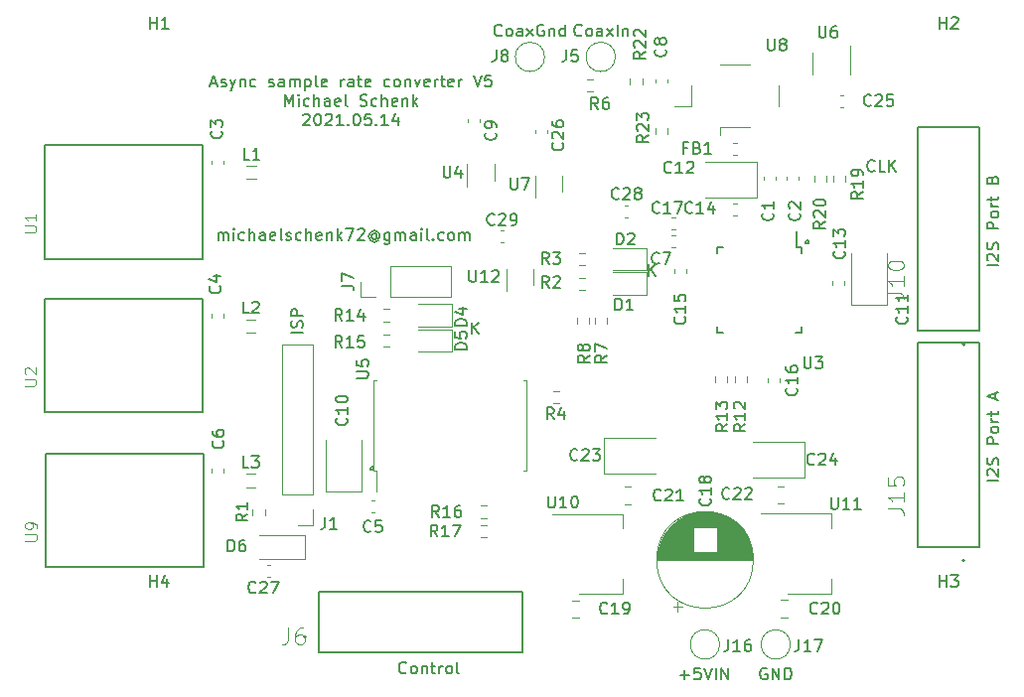
<source format=gbr>
G04 #@! TF.GenerationSoftware,KiCad,Pcbnew,(5.1.10-0-10_14)*
G04 #@! TF.CreationDate,2021-05-14T15:54:12+02:00*
G04 #@! TF.ProjectId,dac,6461632e-6b69-4636-9164-5f7063625858,rev?*
G04 #@! TF.SameCoordinates,Original*
G04 #@! TF.FileFunction,Legend,Top*
G04 #@! TF.FilePolarity,Positive*
%FSLAX46Y46*%
G04 Gerber Fmt 4.6, Leading zero omitted, Abs format (unit mm)*
G04 Created by KiCad (PCBNEW (5.1.10-0-10_14)) date 2021-05-14 15:54:12*
%MOMM*%
%LPD*%
G01*
G04 APERTURE LIST*
%ADD10C,0.150000*%
%ADD11C,0.127000*%
%ADD12C,0.120000*%
%ADD13C,0.200000*%
%ADD14C,0.015000*%
G04 APERTURE END LIST*
D10*
X142883238Y-58396142D02*
X142835619Y-58443761D01*
X142692761Y-58491380D01*
X142597523Y-58491380D01*
X142454666Y-58443761D01*
X142359428Y-58348523D01*
X142311809Y-58253285D01*
X142264190Y-58062809D01*
X142264190Y-57919952D01*
X142311809Y-57729476D01*
X142359428Y-57634238D01*
X142454666Y-57539000D01*
X142597523Y-57491380D01*
X142692761Y-57491380D01*
X142835619Y-57539000D01*
X142883238Y-57586619D01*
X143454666Y-58491380D02*
X143359428Y-58443761D01*
X143311809Y-58396142D01*
X143264190Y-58300904D01*
X143264190Y-58015190D01*
X143311809Y-57919952D01*
X143359428Y-57872333D01*
X143454666Y-57824714D01*
X143597523Y-57824714D01*
X143692761Y-57872333D01*
X143740380Y-57919952D01*
X143788000Y-58015190D01*
X143788000Y-58300904D01*
X143740380Y-58396142D01*
X143692761Y-58443761D01*
X143597523Y-58491380D01*
X143454666Y-58491380D01*
X144645142Y-58491380D02*
X144645142Y-57967571D01*
X144597523Y-57872333D01*
X144502285Y-57824714D01*
X144311809Y-57824714D01*
X144216571Y-57872333D01*
X144645142Y-58443761D02*
X144549904Y-58491380D01*
X144311809Y-58491380D01*
X144216571Y-58443761D01*
X144168952Y-58348523D01*
X144168952Y-58253285D01*
X144216571Y-58158047D01*
X144311809Y-58110428D01*
X144549904Y-58110428D01*
X144645142Y-58062809D01*
X145026095Y-58491380D02*
X145549904Y-57824714D01*
X145026095Y-57824714D02*
X145549904Y-58491380D01*
X146454666Y-57539000D02*
X146359428Y-57491380D01*
X146216571Y-57491380D01*
X146073714Y-57539000D01*
X145978476Y-57634238D01*
X145930857Y-57729476D01*
X145883238Y-57919952D01*
X145883238Y-58062809D01*
X145930857Y-58253285D01*
X145978476Y-58348523D01*
X146073714Y-58443761D01*
X146216571Y-58491380D01*
X146311809Y-58491380D01*
X146454666Y-58443761D01*
X146502285Y-58396142D01*
X146502285Y-58062809D01*
X146311809Y-58062809D01*
X146930857Y-57824714D02*
X146930857Y-58491380D01*
X146930857Y-57919952D02*
X146978476Y-57872333D01*
X147073714Y-57824714D01*
X147216571Y-57824714D01*
X147311809Y-57872333D01*
X147359428Y-57967571D01*
X147359428Y-58491380D01*
X148264190Y-58491380D02*
X148264190Y-57491380D01*
X148264190Y-58443761D02*
X148168952Y-58491380D01*
X147978476Y-58491380D01*
X147883238Y-58443761D01*
X147835619Y-58396142D01*
X147788000Y-58300904D01*
X147788000Y-58015190D01*
X147835619Y-57919952D01*
X147883238Y-57872333D01*
X147978476Y-57824714D01*
X148168952Y-57824714D01*
X148264190Y-57872333D01*
X134747238Y-112752142D02*
X134699619Y-112799761D01*
X134556761Y-112847380D01*
X134461523Y-112847380D01*
X134318666Y-112799761D01*
X134223428Y-112704523D01*
X134175809Y-112609285D01*
X134128190Y-112418809D01*
X134128190Y-112275952D01*
X134175809Y-112085476D01*
X134223428Y-111990238D01*
X134318666Y-111895000D01*
X134461523Y-111847380D01*
X134556761Y-111847380D01*
X134699619Y-111895000D01*
X134747238Y-111942619D01*
X135318666Y-112847380D02*
X135223428Y-112799761D01*
X135175809Y-112752142D01*
X135128190Y-112656904D01*
X135128190Y-112371190D01*
X135175809Y-112275952D01*
X135223428Y-112228333D01*
X135318666Y-112180714D01*
X135461523Y-112180714D01*
X135556761Y-112228333D01*
X135604380Y-112275952D01*
X135652000Y-112371190D01*
X135652000Y-112656904D01*
X135604380Y-112752142D01*
X135556761Y-112799761D01*
X135461523Y-112847380D01*
X135318666Y-112847380D01*
X136080571Y-112180714D02*
X136080571Y-112847380D01*
X136080571Y-112275952D02*
X136128190Y-112228333D01*
X136223428Y-112180714D01*
X136366285Y-112180714D01*
X136461523Y-112228333D01*
X136509142Y-112323571D01*
X136509142Y-112847380D01*
X136842476Y-112180714D02*
X137223428Y-112180714D01*
X136985333Y-111847380D02*
X136985333Y-112704523D01*
X137032952Y-112799761D01*
X137128190Y-112847380D01*
X137223428Y-112847380D01*
X137556761Y-112847380D02*
X137556761Y-112180714D01*
X137556761Y-112371190D02*
X137604380Y-112275952D01*
X137652000Y-112228333D01*
X137747238Y-112180714D01*
X137842476Y-112180714D01*
X138318666Y-112847380D02*
X138223428Y-112799761D01*
X138175809Y-112752142D01*
X138128190Y-112656904D01*
X138128190Y-112371190D01*
X138175809Y-112275952D01*
X138223428Y-112228333D01*
X138318666Y-112180714D01*
X138461523Y-112180714D01*
X138556761Y-112228333D01*
X138604380Y-112275952D01*
X138652000Y-112371190D01*
X138652000Y-112656904D01*
X138604380Y-112752142D01*
X138556761Y-112799761D01*
X138461523Y-112847380D01*
X138318666Y-112847380D01*
X139223428Y-112847380D02*
X139128190Y-112799761D01*
X139080571Y-112704523D01*
X139080571Y-111847380D01*
X149693523Y-58396142D02*
X149645904Y-58443761D01*
X149503047Y-58491380D01*
X149407809Y-58491380D01*
X149264952Y-58443761D01*
X149169714Y-58348523D01*
X149122095Y-58253285D01*
X149074476Y-58062809D01*
X149074476Y-57919952D01*
X149122095Y-57729476D01*
X149169714Y-57634238D01*
X149264952Y-57539000D01*
X149407809Y-57491380D01*
X149503047Y-57491380D01*
X149645904Y-57539000D01*
X149693523Y-57586619D01*
X150264952Y-58491380D02*
X150169714Y-58443761D01*
X150122095Y-58396142D01*
X150074476Y-58300904D01*
X150074476Y-58015190D01*
X150122095Y-57919952D01*
X150169714Y-57872333D01*
X150264952Y-57824714D01*
X150407809Y-57824714D01*
X150503047Y-57872333D01*
X150550666Y-57919952D01*
X150598285Y-58015190D01*
X150598285Y-58300904D01*
X150550666Y-58396142D01*
X150503047Y-58443761D01*
X150407809Y-58491380D01*
X150264952Y-58491380D01*
X151455428Y-58491380D02*
X151455428Y-57967571D01*
X151407809Y-57872333D01*
X151312571Y-57824714D01*
X151122095Y-57824714D01*
X151026857Y-57872333D01*
X151455428Y-58443761D02*
X151360190Y-58491380D01*
X151122095Y-58491380D01*
X151026857Y-58443761D01*
X150979238Y-58348523D01*
X150979238Y-58253285D01*
X151026857Y-58158047D01*
X151122095Y-58110428D01*
X151360190Y-58110428D01*
X151455428Y-58062809D01*
X151836380Y-58491380D02*
X152360190Y-57824714D01*
X151836380Y-57824714D02*
X152360190Y-58491380D01*
X152741142Y-58491380D02*
X152741142Y-57491380D01*
X153217333Y-57824714D02*
X153217333Y-58491380D01*
X153217333Y-57919952D02*
X153264952Y-57872333D01*
X153360190Y-57824714D01*
X153503047Y-57824714D01*
X153598285Y-57872333D01*
X153645904Y-57967571D01*
X153645904Y-58491380D01*
X140327095Y-83891380D02*
X140327095Y-82891380D01*
X140898523Y-83891380D02*
X140469952Y-83319952D01*
X140898523Y-82891380D02*
X140327095Y-83462809D01*
X155440095Y-78938380D02*
X155440095Y-77938380D01*
X156011523Y-78938380D02*
X155582952Y-78366952D01*
X156011523Y-77938380D02*
X155440095Y-78509809D01*
X168910000Y-75906380D02*
X168814761Y-75954000D01*
X168767142Y-76049238D01*
X168814761Y-76144476D01*
X168910000Y-76192095D01*
X169005238Y-76144476D01*
X169052857Y-76049238D01*
X169005238Y-75954000D01*
X168910000Y-75906380D01*
X131826000Y-95210380D02*
X131730761Y-95258000D01*
X131683142Y-95353238D01*
X131730761Y-95448476D01*
X131826000Y-95496095D01*
X131921238Y-95448476D01*
X131968857Y-95353238D01*
X131921238Y-95258000D01*
X131826000Y-95210380D01*
X174664761Y-69953142D02*
X174617142Y-70000761D01*
X174474285Y-70048380D01*
X174379047Y-70048380D01*
X174236190Y-70000761D01*
X174140952Y-69905523D01*
X174093333Y-69810285D01*
X174045714Y-69619809D01*
X174045714Y-69476952D01*
X174093333Y-69286476D01*
X174140952Y-69191238D01*
X174236190Y-69096000D01*
X174379047Y-69048380D01*
X174474285Y-69048380D01*
X174617142Y-69096000D01*
X174664761Y-69143619D01*
X175569523Y-70048380D02*
X175093333Y-70048380D01*
X175093333Y-69048380D01*
X175902857Y-70048380D02*
X175902857Y-69048380D01*
X176474285Y-70048380D02*
X176045714Y-69476952D01*
X176474285Y-69048380D02*
X175902857Y-69619809D01*
X125928380Y-83780190D02*
X124928380Y-83780190D01*
X125880761Y-83351619D02*
X125928380Y-83208761D01*
X125928380Y-82970666D01*
X125880761Y-82875428D01*
X125833142Y-82827809D01*
X125737904Y-82780190D01*
X125642666Y-82780190D01*
X125547428Y-82827809D01*
X125499809Y-82875428D01*
X125452190Y-82970666D01*
X125404571Y-83161142D01*
X125356952Y-83256380D01*
X125309333Y-83304000D01*
X125214095Y-83351619D01*
X125118857Y-83351619D01*
X125023619Y-83304000D01*
X124976000Y-83256380D01*
X124928380Y-83161142D01*
X124928380Y-82923047D01*
X124976000Y-82780190D01*
X125928380Y-82351619D02*
X124928380Y-82351619D01*
X124928380Y-81970666D01*
X124976000Y-81875428D01*
X125023619Y-81827809D01*
X125118857Y-81780190D01*
X125261714Y-81780190D01*
X125356952Y-81827809D01*
X125404571Y-81875428D01*
X125452190Y-81970666D01*
X125452190Y-82351619D01*
X185237380Y-96400476D02*
X184237380Y-96400476D01*
X184332619Y-95971904D02*
X184285000Y-95924285D01*
X184237380Y-95829047D01*
X184237380Y-95590952D01*
X184285000Y-95495714D01*
X184332619Y-95448095D01*
X184427857Y-95400476D01*
X184523095Y-95400476D01*
X184665952Y-95448095D01*
X185237380Y-96019523D01*
X185237380Y-95400476D01*
X185189761Y-95019523D02*
X185237380Y-94876666D01*
X185237380Y-94638571D01*
X185189761Y-94543333D01*
X185142142Y-94495714D01*
X185046904Y-94448095D01*
X184951666Y-94448095D01*
X184856428Y-94495714D01*
X184808809Y-94543333D01*
X184761190Y-94638571D01*
X184713571Y-94829047D01*
X184665952Y-94924285D01*
X184618333Y-94971904D01*
X184523095Y-95019523D01*
X184427857Y-95019523D01*
X184332619Y-94971904D01*
X184285000Y-94924285D01*
X184237380Y-94829047D01*
X184237380Y-94590952D01*
X184285000Y-94448095D01*
X185237380Y-93257619D02*
X184237380Y-93257619D01*
X184237380Y-92876666D01*
X184285000Y-92781428D01*
X184332619Y-92733809D01*
X184427857Y-92686190D01*
X184570714Y-92686190D01*
X184665952Y-92733809D01*
X184713571Y-92781428D01*
X184761190Y-92876666D01*
X184761190Y-93257619D01*
X185237380Y-92114761D02*
X185189761Y-92210000D01*
X185142142Y-92257619D01*
X185046904Y-92305238D01*
X184761190Y-92305238D01*
X184665952Y-92257619D01*
X184618333Y-92210000D01*
X184570714Y-92114761D01*
X184570714Y-91971904D01*
X184618333Y-91876666D01*
X184665952Y-91829047D01*
X184761190Y-91781428D01*
X185046904Y-91781428D01*
X185142142Y-91829047D01*
X185189761Y-91876666D01*
X185237380Y-91971904D01*
X185237380Y-92114761D01*
X185237380Y-91352857D02*
X184570714Y-91352857D01*
X184761190Y-91352857D02*
X184665952Y-91305238D01*
X184618333Y-91257619D01*
X184570714Y-91162380D01*
X184570714Y-91067142D01*
X184570714Y-90876666D02*
X184570714Y-90495714D01*
X184237380Y-90733809D02*
X185094523Y-90733809D01*
X185189761Y-90686190D01*
X185237380Y-90590952D01*
X185237380Y-90495714D01*
X184951666Y-89448095D02*
X184951666Y-88971904D01*
X185237380Y-89543333D02*
X184237380Y-89210000D01*
X185237380Y-88876666D01*
X185237380Y-78056904D02*
X184237380Y-78056904D01*
X184332619Y-77628333D02*
X184285000Y-77580714D01*
X184237380Y-77485476D01*
X184237380Y-77247380D01*
X184285000Y-77152142D01*
X184332619Y-77104523D01*
X184427857Y-77056904D01*
X184523095Y-77056904D01*
X184665952Y-77104523D01*
X185237380Y-77675952D01*
X185237380Y-77056904D01*
X185189761Y-76675952D02*
X185237380Y-76533095D01*
X185237380Y-76295000D01*
X185189761Y-76199761D01*
X185142142Y-76152142D01*
X185046904Y-76104523D01*
X184951666Y-76104523D01*
X184856428Y-76152142D01*
X184808809Y-76199761D01*
X184761190Y-76295000D01*
X184713571Y-76485476D01*
X184665952Y-76580714D01*
X184618333Y-76628333D01*
X184523095Y-76675952D01*
X184427857Y-76675952D01*
X184332619Y-76628333D01*
X184285000Y-76580714D01*
X184237380Y-76485476D01*
X184237380Y-76247380D01*
X184285000Y-76104523D01*
X185237380Y-74914047D02*
X184237380Y-74914047D01*
X184237380Y-74533095D01*
X184285000Y-74437857D01*
X184332619Y-74390238D01*
X184427857Y-74342619D01*
X184570714Y-74342619D01*
X184665952Y-74390238D01*
X184713571Y-74437857D01*
X184761190Y-74533095D01*
X184761190Y-74914047D01*
X185237380Y-73771190D02*
X185189761Y-73866428D01*
X185142142Y-73914047D01*
X185046904Y-73961666D01*
X184761190Y-73961666D01*
X184665952Y-73914047D01*
X184618333Y-73866428D01*
X184570714Y-73771190D01*
X184570714Y-73628333D01*
X184618333Y-73533095D01*
X184665952Y-73485476D01*
X184761190Y-73437857D01*
X185046904Y-73437857D01*
X185142142Y-73485476D01*
X185189761Y-73533095D01*
X185237380Y-73628333D01*
X185237380Y-73771190D01*
X185237380Y-73009285D02*
X184570714Y-73009285D01*
X184761190Y-73009285D02*
X184665952Y-72961666D01*
X184618333Y-72914047D01*
X184570714Y-72818809D01*
X184570714Y-72723571D01*
X184570714Y-72533095D02*
X184570714Y-72152142D01*
X184237380Y-72390238D02*
X185094523Y-72390238D01*
X185189761Y-72342619D01*
X185237380Y-72247380D01*
X185237380Y-72152142D01*
X184713571Y-70723571D02*
X184761190Y-70580714D01*
X184808809Y-70533095D01*
X184904047Y-70485476D01*
X185046904Y-70485476D01*
X185142142Y-70533095D01*
X185189761Y-70580714D01*
X185237380Y-70675952D01*
X185237380Y-71056904D01*
X184237380Y-71056904D01*
X184237380Y-70723571D01*
X184285000Y-70628333D01*
X184332619Y-70580714D01*
X184427857Y-70533095D01*
X184523095Y-70533095D01*
X184618333Y-70580714D01*
X184665952Y-70628333D01*
X184713571Y-70723571D01*
X184713571Y-71056904D01*
X158099380Y-112974428D02*
X158861285Y-112974428D01*
X158480333Y-113355380D02*
X158480333Y-112593476D01*
X159813666Y-112355380D02*
X159337476Y-112355380D01*
X159289857Y-112831571D01*
X159337476Y-112783952D01*
X159432714Y-112736333D01*
X159670809Y-112736333D01*
X159766047Y-112783952D01*
X159813666Y-112831571D01*
X159861285Y-112926809D01*
X159861285Y-113164904D01*
X159813666Y-113260142D01*
X159766047Y-113307761D01*
X159670809Y-113355380D01*
X159432714Y-113355380D01*
X159337476Y-113307761D01*
X159289857Y-113260142D01*
X160147000Y-112355380D02*
X160480333Y-113355380D01*
X160813666Y-112355380D01*
X161147000Y-113355380D02*
X161147000Y-112355380D01*
X161623190Y-113355380D02*
X161623190Y-112355380D01*
X162194619Y-113355380D01*
X162194619Y-112355380D01*
X165481095Y-112403000D02*
X165385857Y-112355380D01*
X165243000Y-112355380D01*
X165100142Y-112403000D01*
X165004904Y-112498238D01*
X164957285Y-112593476D01*
X164909666Y-112783952D01*
X164909666Y-112926809D01*
X164957285Y-113117285D01*
X165004904Y-113212523D01*
X165100142Y-113307761D01*
X165243000Y-113355380D01*
X165338238Y-113355380D01*
X165481095Y-113307761D01*
X165528714Y-113260142D01*
X165528714Y-112926809D01*
X165338238Y-112926809D01*
X165957285Y-113355380D02*
X165957285Y-112355380D01*
X166528714Y-113355380D01*
X166528714Y-112355380D01*
X167004904Y-113355380D02*
X167004904Y-112355380D01*
X167243000Y-112355380D01*
X167385857Y-112403000D01*
X167481095Y-112498238D01*
X167528714Y-112593476D01*
X167576333Y-112783952D01*
X167576333Y-112926809D01*
X167528714Y-113117285D01*
X167481095Y-113212523D01*
X167385857Y-113307761D01*
X167243000Y-113355380D01*
X167004904Y-113355380D01*
X118698714Y-75890380D02*
X118698714Y-75223714D01*
X118698714Y-75318952D02*
X118746333Y-75271333D01*
X118841571Y-75223714D01*
X118984428Y-75223714D01*
X119079666Y-75271333D01*
X119127285Y-75366571D01*
X119127285Y-75890380D01*
X119127285Y-75366571D02*
X119174904Y-75271333D01*
X119270142Y-75223714D01*
X119413000Y-75223714D01*
X119508238Y-75271333D01*
X119555857Y-75366571D01*
X119555857Y-75890380D01*
X120032047Y-75890380D02*
X120032047Y-75223714D01*
X120032047Y-74890380D02*
X119984428Y-74938000D01*
X120032047Y-74985619D01*
X120079666Y-74938000D01*
X120032047Y-74890380D01*
X120032047Y-74985619D01*
X120936809Y-75842761D02*
X120841571Y-75890380D01*
X120651095Y-75890380D01*
X120555857Y-75842761D01*
X120508238Y-75795142D01*
X120460619Y-75699904D01*
X120460619Y-75414190D01*
X120508238Y-75318952D01*
X120555857Y-75271333D01*
X120651095Y-75223714D01*
X120841571Y-75223714D01*
X120936809Y-75271333D01*
X121365380Y-75890380D02*
X121365380Y-74890380D01*
X121793952Y-75890380D02*
X121793952Y-75366571D01*
X121746333Y-75271333D01*
X121651095Y-75223714D01*
X121508238Y-75223714D01*
X121413000Y-75271333D01*
X121365380Y-75318952D01*
X122698714Y-75890380D02*
X122698714Y-75366571D01*
X122651095Y-75271333D01*
X122555857Y-75223714D01*
X122365380Y-75223714D01*
X122270142Y-75271333D01*
X122698714Y-75842761D02*
X122603476Y-75890380D01*
X122365380Y-75890380D01*
X122270142Y-75842761D01*
X122222523Y-75747523D01*
X122222523Y-75652285D01*
X122270142Y-75557047D01*
X122365380Y-75509428D01*
X122603476Y-75509428D01*
X122698714Y-75461809D01*
X123555857Y-75842761D02*
X123460619Y-75890380D01*
X123270142Y-75890380D01*
X123174904Y-75842761D01*
X123127285Y-75747523D01*
X123127285Y-75366571D01*
X123174904Y-75271333D01*
X123270142Y-75223714D01*
X123460619Y-75223714D01*
X123555857Y-75271333D01*
X123603476Y-75366571D01*
X123603476Y-75461809D01*
X123127285Y-75557047D01*
X124174904Y-75890380D02*
X124079666Y-75842761D01*
X124032047Y-75747523D01*
X124032047Y-74890380D01*
X124508238Y-75842761D02*
X124603476Y-75890380D01*
X124793952Y-75890380D01*
X124889190Y-75842761D01*
X124936809Y-75747523D01*
X124936809Y-75699904D01*
X124889190Y-75604666D01*
X124793952Y-75557047D01*
X124651095Y-75557047D01*
X124555857Y-75509428D01*
X124508238Y-75414190D01*
X124508238Y-75366571D01*
X124555857Y-75271333D01*
X124651095Y-75223714D01*
X124793952Y-75223714D01*
X124889190Y-75271333D01*
X125793952Y-75842761D02*
X125698714Y-75890380D01*
X125508238Y-75890380D01*
X125413000Y-75842761D01*
X125365380Y-75795142D01*
X125317761Y-75699904D01*
X125317761Y-75414190D01*
X125365380Y-75318952D01*
X125413000Y-75271333D01*
X125508238Y-75223714D01*
X125698714Y-75223714D01*
X125793952Y-75271333D01*
X126222523Y-75890380D02*
X126222523Y-74890380D01*
X126651095Y-75890380D02*
X126651095Y-75366571D01*
X126603476Y-75271333D01*
X126508238Y-75223714D01*
X126365380Y-75223714D01*
X126270142Y-75271333D01*
X126222523Y-75318952D01*
X127508238Y-75842761D02*
X127413000Y-75890380D01*
X127222523Y-75890380D01*
X127127285Y-75842761D01*
X127079666Y-75747523D01*
X127079666Y-75366571D01*
X127127285Y-75271333D01*
X127222523Y-75223714D01*
X127413000Y-75223714D01*
X127508238Y-75271333D01*
X127555857Y-75366571D01*
X127555857Y-75461809D01*
X127079666Y-75557047D01*
X127984428Y-75223714D02*
X127984428Y-75890380D01*
X127984428Y-75318952D02*
X128032047Y-75271333D01*
X128127285Y-75223714D01*
X128270142Y-75223714D01*
X128365380Y-75271333D01*
X128413000Y-75366571D01*
X128413000Y-75890380D01*
X128889190Y-75890380D02*
X128889190Y-74890380D01*
X128984428Y-75509428D02*
X129270142Y-75890380D01*
X129270142Y-75223714D02*
X128889190Y-75604666D01*
X129603476Y-74890380D02*
X130270142Y-74890380D01*
X129841571Y-75890380D01*
X130603476Y-74985619D02*
X130651095Y-74938000D01*
X130746333Y-74890380D01*
X130984428Y-74890380D01*
X131079666Y-74938000D01*
X131127285Y-74985619D01*
X131174904Y-75080857D01*
X131174904Y-75176095D01*
X131127285Y-75318952D01*
X130555857Y-75890380D01*
X131174904Y-75890380D01*
X132222523Y-75414190D02*
X132174904Y-75366571D01*
X132079666Y-75318952D01*
X131984428Y-75318952D01*
X131889190Y-75366571D01*
X131841571Y-75414190D01*
X131793952Y-75509428D01*
X131793952Y-75604666D01*
X131841571Y-75699904D01*
X131889190Y-75747523D01*
X131984428Y-75795142D01*
X132079666Y-75795142D01*
X132174904Y-75747523D01*
X132222523Y-75699904D01*
X132222523Y-75318952D02*
X132222523Y-75699904D01*
X132270142Y-75747523D01*
X132317761Y-75747523D01*
X132413000Y-75699904D01*
X132460619Y-75604666D01*
X132460619Y-75366571D01*
X132365380Y-75223714D01*
X132222523Y-75128476D01*
X132032047Y-75080857D01*
X131841571Y-75128476D01*
X131698714Y-75223714D01*
X131603476Y-75366571D01*
X131555857Y-75557047D01*
X131603476Y-75747523D01*
X131698714Y-75890380D01*
X131841571Y-75985619D01*
X132032047Y-76033238D01*
X132222523Y-75985619D01*
X132365380Y-75890380D01*
X133317761Y-75223714D02*
X133317761Y-76033238D01*
X133270142Y-76128476D01*
X133222523Y-76176095D01*
X133127285Y-76223714D01*
X132984428Y-76223714D01*
X132889190Y-76176095D01*
X133317761Y-75842761D02*
X133222523Y-75890380D01*
X133032047Y-75890380D01*
X132936809Y-75842761D01*
X132889190Y-75795142D01*
X132841571Y-75699904D01*
X132841571Y-75414190D01*
X132889190Y-75318952D01*
X132936809Y-75271333D01*
X133032047Y-75223714D01*
X133222523Y-75223714D01*
X133317761Y-75271333D01*
X133793952Y-75890380D02*
X133793952Y-75223714D01*
X133793952Y-75318952D02*
X133841571Y-75271333D01*
X133936809Y-75223714D01*
X134079666Y-75223714D01*
X134174904Y-75271333D01*
X134222523Y-75366571D01*
X134222523Y-75890380D01*
X134222523Y-75366571D02*
X134270142Y-75271333D01*
X134365380Y-75223714D01*
X134508238Y-75223714D01*
X134603476Y-75271333D01*
X134651095Y-75366571D01*
X134651095Y-75890380D01*
X135555857Y-75890380D02*
X135555857Y-75366571D01*
X135508238Y-75271333D01*
X135413000Y-75223714D01*
X135222523Y-75223714D01*
X135127285Y-75271333D01*
X135555857Y-75842761D02*
X135460619Y-75890380D01*
X135222523Y-75890380D01*
X135127285Y-75842761D01*
X135079666Y-75747523D01*
X135079666Y-75652285D01*
X135127285Y-75557047D01*
X135222523Y-75509428D01*
X135460619Y-75509428D01*
X135555857Y-75461809D01*
X136032047Y-75890380D02*
X136032047Y-75223714D01*
X136032047Y-74890380D02*
X135984428Y-74938000D01*
X136032047Y-74985619D01*
X136079666Y-74938000D01*
X136032047Y-74890380D01*
X136032047Y-74985619D01*
X136651095Y-75890380D02*
X136555857Y-75842761D01*
X136508238Y-75747523D01*
X136508238Y-74890380D01*
X137032047Y-75795142D02*
X137079666Y-75842761D01*
X137032047Y-75890380D01*
X136984428Y-75842761D01*
X137032047Y-75795142D01*
X137032047Y-75890380D01*
X137936809Y-75842761D02*
X137841571Y-75890380D01*
X137651095Y-75890380D01*
X137555857Y-75842761D01*
X137508238Y-75795142D01*
X137460619Y-75699904D01*
X137460619Y-75414190D01*
X137508238Y-75318952D01*
X137555857Y-75271333D01*
X137651095Y-75223714D01*
X137841571Y-75223714D01*
X137936809Y-75271333D01*
X138508238Y-75890380D02*
X138413000Y-75842761D01*
X138365380Y-75795142D01*
X138317761Y-75699904D01*
X138317761Y-75414190D01*
X138365380Y-75318952D01*
X138413000Y-75271333D01*
X138508238Y-75223714D01*
X138651095Y-75223714D01*
X138746333Y-75271333D01*
X138793952Y-75318952D01*
X138841571Y-75414190D01*
X138841571Y-75699904D01*
X138793952Y-75795142D01*
X138746333Y-75842761D01*
X138651095Y-75890380D01*
X138508238Y-75890380D01*
X139270142Y-75890380D02*
X139270142Y-75223714D01*
X139270142Y-75318952D02*
X139317761Y-75271333D01*
X139413000Y-75223714D01*
X139555857Y-75223714D01*
X139651095Y-75271333D01*
X139698714Y-75366571D01*
X139698714Y-75890380D01*
X139698714Y-75366571D02*
X139746333Y-75271333D01*
X139841571Y-75223714D01*
X139984428Y-75223714D01*
X140079666Y-75271333D01*
X140127285Y-75366571D01*
X140127285Y-75890380D01*
X118095619Y-62524666D02*
X118571809Y-62524666D01*
X118000380Y-62810380D02*
X118333714Y-61810380D01*
X118667047Y-62810380D01*
X118952761Y-62762761D02*
X119048000Y-62810380D01*
X119238476Y-62810380D01*
X119333714Y-62762761D01*
X119381333Y-62667523D01*
X119381333Y-62619904D01*
X119333714Y-62524666D01*
X119238476Y-62477047D01*
X119095619Y-62477047D01*
X119000380Y-62429428D01*
X118952761Y-62334190D01*
X118952761Y-62286571D01*
X119000380Y-62191333D01*
X119095619Y-62143714D01*
X119238476Y-62143714D01*
X119333714Y-62191333D01*
X119714666Y-62143714D02*
X119952761Y-62810380D01*
X120190857Y-62143714D02*
X119952761Y-62810380D01*
X119857523Y-63048476D01*
X119809904Y-63096095D01*
X119714666Y-63143714D01*
X120571809Y-62143714D02*
X120571809Y-62810380D01*
X120571809Y-62238952D02*
X120619428Y-62191333D01*
X120714666Y-62143714D01*
X120857523Y-62143714D01*
X120952761Y-62191333D01*
X121000380Y-62286571D01*
X121000380Y-62810380D01*
X121905142Y-62762761D02*
X121809904Y-62810380D01*
X121619428Y-62810380D01*
X121524190Y-62762761D01*
X121476571Y-62715142D01*
X121428952Y-62619904D01*
X121428952Y-62334190D01*
X121476571Y-62238952D01*
X121524190Y-62191333D01*
X121619428Y-62143714D01*
X121809904Y-62143714D01*
X121905142Y-62191333D01*
X123048000Y-62762761D02*
X123143238Y-62810380D01*
X123333714Y-62810380D01*
X123428952Y-62762761D01*
X123476571Y-62667523D01*
X123476571Y-62619904D01*
X123428952Y-62524666D01*
X123333714Y-62477047D01*
X123190857Y-62477047D01*
X123095619Y-62429428D01*
X123048000Y-62334190D01*
X123048000Y-62286571D01*
X123095619Y-62191333D01*
X123190857Y-62143714D01*
X123333714Y-62143714D01*
X123428952Y-62191333D01*
X124333714Y-62810380D02*
X124333714Y-62286571D01*
X124286095Y-62191333D01*
X124190857Y-62143714D01*
X124000380Y-62143714D01*
X123905142Y-62191333D01*
X124333714Y-62762761D02*
X124238476Y-62810380D01*
X124000380Y-62810380D01*
X123905142Y-62762761D01*
X123857523Y-62667523D01*
X123857523Y-62572285D01*
X123905142Y-62477047D01*
X124000380Y-62429428D01*
X124238476Y-62429428D01*
X124333714Y-62381809D01*
X124809904Y-62810380D02*
X124809904Y-62143714D01*
X124809904Y-62238952D02*
X124857523Y-62191333D01*
X124952761Y-62143714D01*
X125095619Y-62143714D01*
X125190857Y-62191333D01*
X125238476Y-62286571D01*
X125238476Y-62810380D01*
X125238476Y-62286571D02*
X125286095Y-62191333D01*
X125381333Y-62143714D01*
X125524190Y-62143714D01*
X125619428Y-62191333D01*
X125667047Y-62286571D01*
X125667047Y-62810380D01*
X126143238Y-62143714D02*
X126143238Y-63143714D01*
X126143238Y-62191333D02*
X126238476Y-62143714D01*
X126428952Y-62143714D01*
X126524190Y-62191333D01*
X126571809Y-62238952D01*
X126619428Y-62334190D01*
X126619428Y-62619904D01*
X126571809Y-62715142D01*
X126524190Y-62762761D01*
X126428952Y-62810380D01*
X126238476Y-62810380D01*
X126143238Y-62762761D01*
X127190857Y-62810380D02*
X127095619Y-62762761D01*
X127048000Y-62667523D01*
X127048000Y-61810380D01*
X127952761Y-62762761D02*
X127857523Y-62810380D01*
X127667047Y-62810380D01*
X127571809Y-62762761D01*
X127524190Y-62667523D01*
X127524190Y-62286571D01*
X127571809Y-62191333D01*
X127667047Y-62143714D01*
X127857523Y-62143714D01*
X127952761Y-62191333D01*
X128000380Y-62286571D01*
X128000380Y-62381809D01*
X127524190Y-62477047D01*
X129190857Y-62810380D02*
X129190857Y-62143714D01*
X129190857Y-62334190D02*
X129238476Y-62238952D01*
X129286095Y-62191333D01*
X129381333Y-62143714D01*
X129476571Y-62143714D01*
X130238476Y-62810380D02*
X130238476Y-62286571D01*
X130190857Y-62191333D01*
X130095619Y-62143714D01*
X129905142Y-62143714D01*
X129809904Y-62191333D01*
X130238476Y-62762761D02*
X130143238Y-62810380D01*
X129905142Y-62810380D01*
X129809904Y-62762761D01*
X129762285Y-62667523D01*
X129762285Y-62572285D01*
X129809904Y-62477047D01*
X129905142Y-62429428D01*
X130143238Y-62429428D01*
X130238476Y-62381809D01*
X130571809Y-62143714D02*
X130952761Y-62143714D01*
X130714666Y-61810380D02*
X130714666Y-62667523D01*
X130762285Y-62762761D01*
X130857523Y-62810380D01*
X130952761Y-62810380D01*
X131667047Y-62762761D02*
X131571809Y-62810380D01*
X131381333Y-62810380D01*
X131286095Y-62762761D01*
X131238476Y-62667523D01*
X131238476Y-62286571D01*
X131286095Y-62191333D01*
X131381333Y-62143714D01*
X131571809Y-62143714D01*
X131667047Y-62191333D01*
X131714666Y-62286571D01*
X131714666Y-62381809D01*
X131238476Y-62477047D01*
X133333714Y-62762761D02*
X133238476Y-62810380D01*
X133047999Y-62810380D01*
X132952761Y-62762761D01*
X132905142Y-62715142D01*
X132857523Y-62619904D01*
X132857523Y-62334190D01*
X132905142Y-62238952D01*
X132952761Y-62191333D01*
X133047999Y-62143714D01*
X133238476Y-62143714D01*
X133333714Y-62191333D01*
X133905142Y-62810380D02*
X133809904Y-62762761D01*
X133762285Y-62715142D01*
X133714666Y-62619904D01*
X133714666Y-62334190D01*
X133762285Y-62238952D01*
X133809904Y-62191333D01*
X133905142Y-62143714D01*
X134047999Y-62143714D01*
X134143238Y-62191333D01*
X134190857Y-62238952D01*
X134238476Y-62334190D01*
X134238476Y-62619904D01*
X134190857Y-62715142D01*
X134143238Y-62762761D01*
X134047999Y-62810380D01*
X133905142Y-62810380D01*
X134667047Y-62143714D02*
X134667047Y-62810380D01*
X134667047Y-62238952D02*
X134714666Y-62191333D01*
X134809904Y-62143714D01*
X134952761Y-62143714D01*
X135048000Y-62191333D01*
X135095619Y-62286571D01*
X135095619Y-62810380D01*
X135476571Y-62143714D02*
X135714666Y-62810380D01*
X135952761Y-62143714D01*
X136714666Y-62762761D02*
X136619428Y-62810380D01*
X136428952Y-62810380D01*
X136333714Y-62762761D01*
X136286095Y-62667523D01*
X136286095Y-62286571D01*
X136333714Y-62191333D01*
X136428952Y-62143714D01*
X136619428Y-62143714D01*
X136714666Y-62191333D01*
X136762285Y-62286571D01*
X136762285Y-62381809D01*
X136286095Y-62477047D01*
X137190857Y-62810380D02*
X137190857Y-62143714D01*
X137190857Y-62334190D02*
X137238476Y-62238952D01*
X137286095Y-62191333D01*
X137381333Y-62143714D01*
X137476571Y-62143714D01*
X137667047Y-62143714D02*
X138048000Y-62143714D01*
X137809904Y-61810380D02*
X137809904Y-62667523D01*
X137857523Y-62762761D01*
X137952761Y-62810380D01*
X138048000Y-62810380D01*
X138762285Y-62762761D02*
X138667047Y-62810380D01*
X138476571Y-62810380D01*
X138381333Y-62762761D01*
X138333714Y-62667523D01*
X138333714Y-62286571D01*
X138381333Y-62191333D01*
X138476571Y-62143714D01*
X138667047Y-62143714D01*
X138762285Y-62191333D01*
X138809904Y-62286571D01*
X138809904Y-62381809D01*
X138333714Y-62477047D01*
X139238476Y-62810380D02*
X139238476Y-62143714D01*
X139238476Y-62334190D02*
X139286095Y-62238952D01*
X139333714Y-62191333D01*
X139428952Y-62143714D01*
X139524190Y-62143714D01*
X140476571Y-61810380D02*
X140809904Y-62810380D01*
X141143238Y-61810380D01*
X141952761Y-61810380D02*
X141476571Y-61810380D01*
X141428952Y-62286571D01*
X141476571Y-62238952D01*
X141571809Y-62191333D01*
X141809904Y-62191333D01*
X141905142Y-62238952D01*
X141952761Y-62286571D01*
X142000380Y-62381809D01*
X142000380Y-62619904D01*
X141952761Y-62715142D01*
X141905142Y-62762761D01*
X141809904Y-62810380D01*
X141571809Y-62810380D01*
X141476571Y-62762761D01*
X141428952Y-62715142D01*
X124428952Y-64460380D02*
X124428952Y-63460380D01*
X124762285Y-64174666D01*
X125095619Y-63460380D01*
X125095619Y-64460380D01*
X125571809Y-64460380D02*
X125571809Y-63793714D01*
X125571809Y-63460380D02*
X125524190Y-63508000D01*
X125571809Y-63555619D01*
X125619428Y-63508000D01*
X125571809Y-63460380D01*
X125571809Y-63555619D01*
X126476571Y-64412761D02*
X126381333Y-64460380D01*
X126190857Y-64460380D01*
X126095619Y-64412761D01*
X126048000Y-64365142D01*
X126000380Y-64269904D01*
X126000380Y-63984190D01*
X126048000Y-63888952D01*
X126095619Y-63841333D01*
X126190857Y-63793714D01*
X126381333Y-63793714D01*
X126476571Y-63841333D01*
X126905142Y-64460380D02*
X126905142Y-63460380D01*
X127333714Y-64460380D02*
X127333714Y-63936571D01*
X127286095Y-63841333D01*
X127190857Y-63793714D01*
X127048000Y-63793714D01*
X126952761Y-63841333D01*
X126905142Y-63888952D01*
X128238476Y-64460380D02*
X128238476Y-63936571D01*
X128190857Y-63841333D01*
X128095619Y-63793714D01*
X127905142Y-63793714D01*
X127809904Y-63841333D01*
X128238476Y-64412761D02*
X128143238Y-64460380D01*
X127905142Y-64460380D01*
X127809904Y-64412761D01*
X127762285Y-64317523D01*
X127762285Y-64222285D01*
X127809904Y-64127047D01*
X127905142Y-64079428D01*
X128143238Y-64079428D01*
X128238476Y-64031809D01*
X129095619Y-64412761D02*
X129000380Y-64460380D01*
X128809904Y-64460380D01*
X128714666Y-64412761D01*
X128667047Y-64317523D01*
X128667047Y-63936571D01*
X128714666Y-63841333D01*
X128809904Y-63793714D01*
X129000380Y-63793714D01*
X129095619Y-63841333D01*
X129143238Y-63936571D01*
X129143238Y-64031809D01*
X128667047Y-64127047D01*
X129714666Y-64460380D02*
X129619428Y-64412761D01*
X129571809Y-64317523D01*
X129571809Y-63460380D01*
X130809904Y-64412761D02*
X130952761Y-64460380D01*
X131190857Y-64460380D01*
X131286095Y-64412761D01*
X131333714Y-64365142D01*
X131381333Y-64269904D01*
X131381333Y-64174666D01*
X131333714Y-64079428D01*
X131286095Y-64031809D01*
X131190857Y-63984190D01*
X131000380Y-63936571D01*
X130905142Y-63888952D01*
X130857523Y-63841333D01*
X130809904Y-63746095D01*
X130809904Y-63650857D01*
X130857523Y-63555619D01*
X130905142Y-63508000D01*
X131000380Y-63460380D01*
X131238476Y-63460380D01*
X131381333Y-63508000D01*
X132238476Y-64412761D02*
X132143238Y-64460380D01*
X131952761Y-64460380D01*
X131857523Y-64412761D01*
X131809904Y-64365142D01*
X131762285Y-64269904D01*
X131762285Y-63984190D01*
X131809904Y-63888952D01*
X131857523Y-63841333D01*
X131952761Y-63793714D01*
X132143238Y-63793714D01*
X132238476Y-63841333D01*
X132667047Y-64460380D02*
X132667047Y-63460380D01*
X133095619Y-64460380D02*
X133095619Y-63936571D01*
X133048000Y-63841333D01*
X132952761Y-63793714D01*
X132809904Y-63793714D01*
X132714666Y-63841333D01*
X132667047Y-63888952D01*
X133952761Y-64412761D02*
X133857523Y-64460380D01*
X133667047Y-64460380D01*
X133571809Y-64412761D01*
X133524190Y-64317523D01*
X133524190Y-63936571D01*
X133571809Y-63841333D01*
X133667047Y-63793714D01*
X133857523Y-63793714D01*
X133952761Y-63841333D01*
X134000380Y-63936571D01*
X134000380Y-64031809D01*
X133524190Y-64127047D01*
X134428952Y-63793714D02*
X134428952Y-64460380D01*
X134428952Y-63888952D02*
X134476571Y-63841333D01*
X134571809Y-63793714D01*
X134714666Y-63793714D01*
X134809904Y-63841333D01*
X134857523Y-63936571D01*
X134857523Y-64460380D01*
X135333714Y-64460380D02*
X135333714Y-63460380D01*
X135428952Y-64079428D02*
X135714666Y-64460380D01*
X135714666Y-63793714D02*
X135333714Y-64174666D01*
X125952761Y-65205619D02*
X126000380Y-65158000D01*
X126095619Y-65110380D01*
X126333714Y-65110380D01*
X126428952Y-65158000D01*
X126476571Y-65205619D01*
X126524190Y-65300857D01*
X126524190Y-65396095D01*
X126476571Y-65538952D01*
X125905142Y-66110380D01*
X126524190Y-66110380D01*
X127143238Y-65110380D02*
X127238476Y-65110380D01*
X127333714Y-65158000D01*
X127381333Y-65205619D01*
X127428952Y-65300857D01*
X127476571Y-65491333D01*
X127476571Y-65729428D01*
X127428952Y-65919904D01*
X127381333Y-66015142D01*
X127333714Y-66062761D01*
X127238476Y-66110380D01*
X127143238Y-66110380D01*
X127048000Y-66062761D01*
X127000380Y-66015142D01*
X126952761Y-65919904D01*
X126905142Y-65729428D01*
X126905142Y-65491333D01*
X126952761Y-65300857D01*
X127000380Y-65205619D01*
X127048000Y-65158000D01*
X127143238Y-65110380D01*
X127857523Y-65205619D02*
X127905142Y-65158000D01*
X128000380Y-65110380D01*
X128238476Y-65110380D01*
X128333714Y-65158000D01*
X128381333Y-65205619D01*
X128428952Y-65300857D01*
X128428952Y-65396095D01*
X128381333Y-65538952D01*
X127809904Y-66110380D01*
X128428952Y-66110380D01*
X129381333Y-66110380D02*
X128809904Y-66110380D01*
X129095619Y-66110380D02*
X129095619Y-65110380D01*
X129000380Y-65253238D01*
X128905142Y-65348476D01*
X128809904Y-65396095D01*
X129809904Y-66015142D02*
X129857523Y-66062761D01*
X129809904Y-66110380D01*
X129762285Y-66062761D01*
X129809904Y-66015142D01*
X129809904Y-66110380D01*
X130476571Y-65110380D02*
X130571809Y-65110380D01*
X130667047Y-65158000D01*
X130714666Y-65205619D01*
X130762285Y-65300857D01*
X130809904Y-65491333D01*
X130809904Y-65729428D01*
X130762285Y-65919904D01*
X130714666Y-66015142D01*
X130667047Y-66062761D01*
X130571809Y-66110380D01*
X130476571Y-66110380D01*
X130381333Y-66062761D01*
X130333714Y-66015142D01*
X130286095Y-65919904D01*
X130238476Y-65729428D01*
X130238476Y-65491333D01*
X130286095Y-65300857D01*
X130333714Y-65205619D01*
X130381333Y-65158000D01*
X130476571Y-65110380D01*
X131714666Y-65110380D02*
X131238476Y-65110380D01*
X131190857Y-65586571D01*
X131238476Y-65538952D01*
X131333714Y-65491333D01*
X131571809Y-65491333D01*
X131667047Y-65538952D01*
X131714666Y-65586571D01*
X131762285Y-65681809D01*
X131762285Y-65919904D01*
X131714666Y-66015142D01*
X131667047Y-66062761D01*
X131571809Y-66110380D01*
X131333714Y-66110380D01*
X131238476Y-66062761D01*
X131190857Y-66015142D01*
X132190857Y-66015142D02*
X132238476Y-66062761D01*
X132190857Y-66110380D01*
X132143238Y-66062761D01*
X132190857Y-66015142D01*
X132190857Y-66110380D01*
X133190857Y-66110380D02*
X132619428Y-66110380D01*
X132905142Y-66110380D02*
X132905142Y-65110380D01*
X132809904Y-65253238D01*
X132714666Y-65348476D01*
X132619428Y-65396095D01*
X134048000Y-65443714D02*
X134048000Y-66110380D01*
X133809904Y-65062761D02*
X133571809Y-65777047D01*
X134190857Y-65777047D01*
D11*
X117468500Y-94083000D02*
X117468500Y-103783000D01*
X103968500Y-103783000D02*
X117468500Y-103783000D01*
X103968500Y-94083000D02*
X117468500Y-94083000D01*
X103968500Y-94083000D02*
X103968500Y-103783000D01*
X117405000Y-80875000D02*
X117405000Y-90575000D01*
X103905000Y-90575000D02*
X117405000Y-90575000D01*
X103905000Y-80875000D02*
X117405000Y-80875000D01*
X103905000Y-80875000D02*
X103905000Y-90575000D01*
X117405000Y-67794000D02*
X117405000Y-77494000D01*
X103905000Y-77494000D02*
X117405000Y-77494000D01*
X103905000Y-67794000D02*
X117405000Y-67794000D01*
X103905000Y-67794000D02*
X103905000Y-77494000D01*
D12*
X145588001Y-79722001D02*
X145588001Y-78322001D01*
X143268001Y-78322001D02*
X143268001Y-80222001D01*
X121072258Y-96953000D02*
X121892742Y-96953000D01*
X121072258Y-95833000D02*
X121892742Y-95833000D01*
X143047767Y-75055000D02*
X142755233Y-75055000D01*
X143047767Y-76075000D02*
X142755233Y-76075000D01*
X118171500Y-95384233D02*
X118171500Y-95676767D01*
X119191500Y-95384233D02*
X119191500Y-95676767D01*
X150176776Y-62152000D02*
X150686224Y-62152000D01*
X150176776Y-63197000D02*
X150686224Y-63197000D01*
X146539000Y-60261500D02*
G75*
G03*
X146539000Y-60261500I-1251000J0D01*
G01*
X152571500Y-60261500D02*
G75*
G03*
X152571500Y-60261500I-1251000J0D01*
G01*
X153359733Y-72896000D02*
X153652267Y-72896000D01*
X153359733Y-73916000D02*
X153652267Y-73916000D01*
X157360233Y-74982800D02*
X157652767Y-74982800D01*
X157360233Y-73962800D02*
X157652767Y-73962800D01*
X157358033Y-75512200D02*
X157650567Y-75512200D01*
X157358033Y-76532200D02*
X157650567Y-76532200D01*
D13*
X126208500Y-109728000D02*
G75*
G03*
X126208500Y-109728000I-100000J0D01*
G01*
D11*
X127253500Y-105858000D02*
X144653500Y-105858000D01*
X144653500Y-105858000D02*
X144653500Y-111058000D01*
X144653500Y-111058000D02*
X127253500Y-111058000D01*
X127253500Y-111058000D02*
X127253500Y-105858000D01*
X183575000Y-102045000D02*
X178375000Y-102045000D01*
X183575000Y-84645000D02*
X183575000Y-102045000D01*
X178375000Y-84645000D02*
X183575000Y-84645000D01*
X178375000Y-102045000D02*
X178375000Y-84645000D01*
D13*
X182345000Y-103190000D02*
G75*
G03*
X182345000Y-103190000I-100000J0D01*
G01*
X182345000Y-84775000D02*
G75*
G03*
X182345000Y-84775000I-100000J0D01*
G01*
D11*
X178375000Y-83630000D02*
X178375000Y-66230000D01*
X178375000Y-66230000D02*
X183575000Y-66230000D01*
X183575000Y-66230000D02*
X183575000Y-83630000D01*
X183575000Y-83630000D02*
X178375000Y-83630000D01*
D12*
X147741724Y-89803500D02*
X147232276Y-89803500D01*
X147741724Y-88758500D02*
X147232276Y-88758500D01*
X122696500Y-98828776D02*
X122696500Y-99338224D01*
X121651500Y-98828776D02*
X121651500Y-99338224D01*
X138553500Y-80768500D02*
X138553500Y-78108500D01*
X133413500Y-80768500D02*
X138553500Y-80768500D01*
X133413500Y-78108500D02*
X138553500Y-78108500D01*
X133413500Y-80768500D02*
X133413500Y-78108500D01*
X132143500Y-80768500D02*
X130813500Y-80768500D01*
X130813500Y-80768500D02*
X130813500Y-79438500D01*
X126076000Y-103044500D02*
X126076000Y-101044500D01*
X126076000Y-101044500D02*
X122176000Y-101044500D01*
X126076000Y-103044500D02*
X122176000Y-103044500D01*
X122890233Y-103604600D02*
X123182767Y-103604600D01*
X122890233Y-104624600D02*
X123182767Y-104624600D01*
X121084958Y-82650400D02*
X121905442Y-82650400D01*
X121084958Y-83770400D02*
X121905442Y-83770400D01*
X121135758Y-69544000D02*
X121956242Y-69544000D01*
X121135758Y-70664000D02*
X121956242Y-70664000D01*
X141072776Y-100188500D02*
X141582224Y-100188500D01*
X141072776Y-101233500D02*
X141582224Y-101233500D01*
X141072776Y-98537500D02*
X141582224Y-98537500D01*
X141072776Y-99582500D02*
X141582224Y-99582500D01*
X132817776Y-83932500D02*
X133327224Y-83932500D01*
X132817776Y-84977500D02*
X133327224Y-84977500D01*
X132817776Y-81773500D02*
X133327224Y-81773500D01*
X132817776Y-82818500D02*
X133327224Y-82818500D01*
X135770000Y-85415000D02*
X138630000Y-85415000D01*
X138630000Y-85415000D02*
X138630000Y-83495000D01*
X138630000Y-83495000D02*
X135770000Y-83495000D01*
X135770000Y-83256000D02*
X138630000Y-83256000D01*
X138630000Y-83256000D02*
X138630000Y-81336000D01*
X138630000Y-81336000D02*
X135770000Y-81336000D01*
X162618033Y-68582000D02*
X162910567Y-68582000D01*
X162618033Y-67562000D02*
X162910567Y-67562000D01*
X148050500Y-71760000D02*
X148050500Y-70360000D01*
X145730500Y-70360000D02*
X145730500Y-72260000D01*
X142257000Y-70820200D02*
X142257000Y-69420200D01*
X139937000Y-69420200D02*
X139937000Y-71320200D01*
X146750500Y-66784267D02*
X146750500Y-66491733D01*
X145730500Y-66784267D02*
X145730500Y-66491733D01*
X140972000Y-65831767D02*
X140972000Y-65539233D01*
X139952000Y-65831767D02*
X139952000Y-65539233D01*
X169367600Y-59925200D02*
X169367600Y-61725200D01*
X172587600Y-61725200D02*
X172587600Y-59275200D01*
X172001567Y-64518000D02*
X171709033Y-64518000D01*
X172001567Y-63498000D02*
X171709033Y-63498000D01*
X157037300Y-66851624D02*
X157037300Y-66342176D01*
X155992300Y-66851624D02*
X155992300Y-66342176D01*
X154852900Y-62635224D02*
X154852900Y-62125776D01*
X153807900Y-62635224D02*
X153807900Y-62125776D01*
X170550100Y-70868624D02*
X170550100Y-70359176D01*
X169505100Y-70868624D02*
X169505100Y-70359176D01*
X172175700Y-70868624D02*
X172175700Y-70359176D01*
X171130700Y-70868624D02*
X171130700Y-70359176D01*
X161072300Y-87525776D02*
X161072300Y-88035224D01*
X162117300Y-87525776D02*
X162117300Y-88035224D01*
X162748700Y-87525776D02*
X162748700Y-88035224D01*
X163793700Y-87525776D02*
X163793700Y-88035224D01*
X149505576Y-78043300D02*
X150015024Y-78043300D01*
X149505576Y-76998300D02*
X150015024Y-76998300D01*
X149501776Y-80126100D02*
X150011224Y-80126100D01*
X149501776Y-79081100D02*
X150011224Y-79081100D01*
X167494000Y-110363000D02*
G75*
G03*
X167494000Y-110363000I-1251000J0D01*
G01*
X161461500Y-110363000D02*
G75*
G03*
X161461500Y-110363000I-1251000J0D01*
G01*
X150319000Y-82509276D02*
X150319000Y-83018724D01*
X149274000Y-82509276D02*
X149274000Y-83018724D01*
X151843000Y-82509276D02*
X151843000Y-83018724D01*
X150798000Y-82509276D02*
X150798000Y-83018724D01*
X165580600Y-88003767D02*
X165580600Y-87711233D01*
X166600600Y-88003767D02*
X166600600Y-87711233D01*
X158650400Y-78389433D02*
X158650400Y-78681967D01*
X157630400Y-78389433D02*
X157630400Y-78681967D01*
X162604233Y-72769000D02*
X162896767Y-72769000D01*
X162604233Y-73789000D02*
X162896767Y-73789000D01*
X172087000Y-79382233D02*
X172087000Y-79674767D01*
X171067000Y-79382233D02*
X171067000Y-79674767D01*
X157024800Y-62186433D02*
X157024800Y-62478967D01*
X156004800Y-62186433D02*
X156004800Y-62478967D01*
X131743233Y-98042000D02*
X132035767Y-98042000D01*
X131743233Y-99062000D02*
X132035767Y-99062000D01*
X119128000Y-82201633D02*
X119128000Y-82494167D01*
X118108000Y-82201633D02*
X118108000Y-82494167D01*
X119128000Y-69095233D02*
X119128000Y-69387767D01*
X118108000Y-69095233D02*
X118108000Y-69387767D01*
X167206200Y-70733967D02*
X167206200Y-70441433D01*
X168226200Y-70733967D02*
X168226200Y-70441433D01*
X166219600Y-70441433D02*
X166219600Y-70733967D01*
X165199600Y-70441433D02*
X165199600Y-70733967D01*
X170985500Y-106012000D02*
X170985500Y-104752000D01*
X170985500Y-99192000D02*
X170985500Y-100452000D01*
X167225500Y-106012000D02*
X170985500Y-106012000D01*
X164975500Y-99192000D02*
X170985500Y-99192000D01*
X153205500Y-106051000D02*
X153205500Y-104791000D01*
X153205500Y-99231000D02*
X153205500Y-100491000D01*
X149445500Y-106051000D02*
X153205500Y-106051000D01*
X147195500Y-99231000D02*
X153205500Y-99231000D01*
X161464400Y-66284400D02*
X161464400Y-66884400D01*
X164064400Y-66284400D02*
X161464400Y-66284400D01*
X161464400Y-60884400D02*
X164064400Y-60884400D01*
X166464400Y-62684400D02*
X166464400Y-64484400D01*
X159064400Y-64484400D02*
X159064400Y-62684400D01*
X157564400Y-64484400D02*
X159064400Y-64484400D01*
X168713500Y-93105000D02*
X164328500Y-93105000D01*
X168713500Y-96125000D02*
X168713500Y-93105000D01*
X164328500Y-96125000D02*
X168713500Y-96125000D01*
X151569000Y-95807500D02*
X155954000Y-95807500D01*
X151569000Y-92787500D02*
X151569000Y-95807500D01*
X155954000Y-92787500D02*
X151569000Y-92787500D01*
X166948752Y-96864500D02*
X166426248Y-96864500D01*
X166948752Y-98334500D02*
X166426248Y-98334500D01*
X153366748Y-98398000D02*
X153889252Y-98398000D01*
X153366748Y-96928000D02*
X153889252Y-96928000D01*
X166701748Y-108050000D02*
X167224252Y-108050000D01*
X166701748Y-106580000D02*
X167224252Y-106580000D01*
X148921748Y-108113500D02*
X149444252Y-108113500D01*
X148921748Y-106643500D02*
X149444252Y-106643500D01*
X157495500Y-107161698D02*
X158295500Y-107161698D01*
X157895500Y-107561698D02*
X157895500Y-106761698D01*
X159677500Y-99071000D02*
X160743500Y-99071000D01*
X159442500Y-99111000D02*
X160978500Y-99111000D01*
X159262500Y-99151000D02*
X161158500Y-99151000D01*
X159112500Y-99191000D02*
X161308500Y-99191000D01*
X158981500Y-99231000D02*
X161439500Y-99231000D01*
X158864500Y-99271000D02*
X161556500Y-99271000D01*
X158757500Y-99311000D02*
X161663500Y-99311000D01*
X158658500Y-99351000D02*
X161762500Y-99351000D01*
X158565500Y-99391000D02*
X161855500Y-99391000D01*
X158479500Y-99431000D02*
X161941500Y-99431000D01*
X158397500Y-99471000D02*
X162023500Y-99471000D01*
X158320500Y-99511000D02*
X162100500Y-99511000D01*
X158246500Y-99551000D02*
X162174500Y-99551000D01*
X158176500Y-99591000D02*
X162244500Y-99591000D01*
X158108500Y-99631000D02*
X162312500Y-99631000D01*
X158044500Y-99671000D02*
X162376500Y-99671000D01*
X157982500Y-99711000D02*
X162438500Y-99711000D01*
X157923500Y-99751000D02*
X162497500Y-99751000D01*
X157865500Y-99791000D02*
X162555500Y-99791000D01*
X157810500Y-99831000D02*
X162610500Y-99831000D01*
X157756500Y-99871000D02*
X162664500Y-99871000D01*
X157705500Y-99911000D02*
X162715500Y-99911000D01*
X157654500Y-99951000D02*
X162766500Y-99951000D01*
X157606500Y-99991000D02*
X162814500Y-99991000D01*
X157559500Y-100031000D02*
X162861500Y-100031000D01*
X157513500Y-100071000D02*
X162907500Y-100071000D01*
X157469500Y-100111000D02*
X162951500Y-100111000D01*
X157426500Y-100151000D02*
X162994500Y-100151000D01*
X157384500Y-100191000D02*
X163036500Y-100191000D01*
X157343500Y-100231000D02*
X163077500Y-100231000D01*
X157303500Y-100271000D02*
X163117500Y-100271000D01*
X157265500Y-100311000D02*
X163155500Y-100311000D01*
X157227500Y-100351000D02*
X163193500Y-100351000D01*
X161250500Y-100391000D02*
X163229500Y-100391000D01*
X157191500Y-100391000D02*
X159170500Y-100391000D01*
X161250500Y-100431000D02*
X163265500Y-100431000D01*
X157155500Y-100431000D02*
X159170500Y-100431000D01*
X161250500Y-100471000D02*
X163300500Y-100471000D01*
X157120500Y-100471000D02*
X159170500Y-100471000D01*
X161250500Y-100511000D02*
X163334500Y-100511000D01*
X157086500Y-100511000D02*
X159170500Y-100511000D01*
X161250500Y-100551000D02*
X163366500Y-100551000D01*
X157054500Y-100551000D02*
X159170500Y-100551000D01*
X161250500Y-100591000D02*
X163399500Y-100591000D01*
X157021500Y-100591000D02*
X159170500Y-100591000D01*
X161250500Y-100631000D02*
X163430500Y-100631000D01*
X156990500Y-100631000D02*
X159170500Y-100631000D01*
X161250500Y-100671000D02*
X163460500Y-100671000D01*
X156960500Y-100671000D02*
X159170500Y-100671000D01*
X161250500Y-100711000D02*
X163490500Y-100711000D01*
X156930500Y-100711000D02*
X159170500Y-100711000D01*
X161250500Y-100751000D02*
X163519500Y-100751000D01*
X156901500Y-100751000D02*
X159170500Y-100751000D01*
X161250500Y-100791000D02*
X163548500Y-100791000D01*
X156872500Y-100791000D02*
X159170500Y-100791000D01*
X161250500Y-100831000D02*
X163575500Y-100831000D01*
X156845500Y-100831000D02*
X159170500Y-100831000D01*
X161250500Y-100871000D02*
X163602500Y-100871000D01*
X156818500Y-100871000D02*
X159170500Y-100871000D01*
X161250500Y-100911000D02*
X163628500Y-100911000D01*
X156792500Y-100911000D02*
X159170500Y-100911000D01*
X161250500Y-100951000D02*
X163654500Y-100951000D01*
X156766500Y-100951000D02*
X159170500Y-100951000D01*
X161250500Y-100991000D02*
X163679500Y-100991000D01*
X156741500Y-100991000D02*
X159170500Y-100991000D01*
X161250500Y-101031000D02*
X163703500Y-101031000D01*
X156717500Y-101031000D02*
X159170500Y-101031000D01*
X161250500Y-101071000D02*
X163727500Y-101071000D01*
X156693500Y-101071000D02*
X159170500Y-101071000D01*
X161250500Y-101111000D02*
X163750500Y-101111000D01*
X156670500Y-101111000D02*
X159170500Y-101111000D01*
X161250500Y-101151000D02*
X163772500Y-101151000D01*
X156648500Y-101151000D02*
X159170500Y-101151000D01*
X161250500Y-101191000D02*
X163794500Y-101191000D01*
X156626500Y-101191000D02*
X159170500Y-101191000D01*
X161250500Y-101231000D02*
X163816500Y-101231000D01*
X156604500Y-101231000D02*
X159170500Y-101231000D01*
X161250500Y-101271000D02*
X163837500Y-101271000D01*
X156583500Y-101271000D02*
X159170500Y-101271000D01*
X161250500Y-101311000D02*
X163857500Y-101311000D01*
X156563500Y-101311000D02*
X159170500Y-101311000D01*
X161250500Y-101351000D02*
X163876500Y-101351000D01*
X156544500Y-101351000D02*
X159170500Y-101351000D01*
X161250500Y-101391000D02*
X163896500Y-101391000D01*
X156524500Y-101391000D02*
X159170500Y-101391000D01*
X161250500Y-101431000D02*
X163914500Y-101431000D01*
X156506500Y-101431000D02*
X159170500Y-101431000D01*
X161250500Y-101471000D02*
X163932500Y-101471000D01*
X156488500Y-101471000D02*
X159170500Y-101471000D01*
X161250500Y-101511000D02*
X163950500Y-101511000D01*
X156470500Y-101511000D02*
X159170500Y-101511000D01*
X161250500Y-101551000D02*
X163967500Y-101551000D01*
X156453500Y-101551000D02*
X159170500Y-101551000D01*
X161250500Y-101591000D02*
X163984500Y-101591000D01*
X156436500Y-101591000D02*
X159170500Y-101591000D01*
X161250500Y-101631000D02*
X164000500Y-101631000D01*
X156420500Y-101631000D02*
X159170500Y-101631000D01*
X161250500Y-101671000D02*
X164015500Y-101671000D01*
X156405500Y-101671000D02*
X159170500Y-101671000D01*
X161250500Y-101711000D02*
X164031500Y-101711000D01*
X156389500Y-101711000D02*
X159170500Y-101711000D01*
X161250500Y-101751000D02*
X164045500Y-101751000D01*
X156375500Y-101751000D02*
X159170500Y-101751000D01*
X161250500Y-101791000D02*
X164060500Y-101791000D01*
X156360500Y-101791000D02*
X159170500Y-101791000D01*
X161250500Y-101831000D02*
X164073500Y-101831000D01*
X156347500Y-101831000D02*
X159170500Y-101831000D01*
X161250500Y-101871000D02*
X164087500Y-101871000D01*
X156333500Y-101871000D02*
X159170500Y-101871000D01*
X161250500Y-101911000D02*
X164099500Y-101911000D01*
X156321500Y-101911000D02*
X159170500Y-101911000D01*
X161250500Y-101951000D02*
X164112500Y-101951000D01*
X156308500Y-101951000D02*
X159170500Y-101951000D01*
X161250500Y-101991000D02*
X164124500Y-101991000D01*
X156296500Y-101991000D02*
X159170500Y-101991000D01*
X161250500Y-102031000D02*
X164135500Y-102031000D01*
X156285500Y-102031000D02*
X159170500Y-102031000D01*
X161250500Y-102071000D02*
X164146500Y-102071000D01*
X156274500Y-102071000D02*
X159170500Y-102071000D01*
X161250500Y-102111000D02*
X164157500Y-102111000D01*
X156263500Y-102111000D02*
X159170500Y-102111000D01*
X161250500Y-102151000D02*
X164167500Y-102151000D01*
X156253500Y-102151000D02*
X159170500Y-102151000D01*
X161250500Y-102191000D02*
X164177500Y-102191000D01*
X156243500Y-102191000D02*
X159170500Y-102191000D01*
X161250500Y-102231000D02*
X164186500Y-102231000D01*
X156234500Y-102231000D02*
X159170500Y-102231000D01*
X161250500Y-102271000D02*
X164195500Y-102271000D01*
X156225500Y-102271000D02*
X159170500Y-102271000D01*
X161250500Y-102311000D02*
X164204500Y-102311000D01*
X156216500Y-102311000D02*
X159170500Y-102311000D01*
X161250500Y-102351000D02*
X164212500Y-102351000D01*
X156208500Y-102351000D02*
X159170500Y-102351000D01*
X161250500Y-102391000D02*
X164220500Y-102391000D01*
X156200500Y-102391000D02*
X159170500Y-102391000D01*
X161250500Y-102431000D02*
X164227500Y-102431000D01*
X156193500Y-102431000D02*
X159170500Y-102431000D01*
X156186500Y-102472000D02*
X164234500Y-102472000D01*
X156180500Y-102512000D02*
X164240500Y-102512000D01*
X156173500Y-102552000D02*
X164247500Y-102552000D01*
X156168500Y-102592000D02*
X164252500Y-102592000D01*
X156162500Y-102632000D02*
X164258500Y-102632000D01*
X156158500Y-102672000D02*
X164262500Y-102672000D01*
X156153500Y-102712000D02*
X164267500Y-102712000D01*
X156149500Y-102752000D02*
X164271500Y-102752000D01*
X156145500Y-102792000D02*
X164275500Y-102792000D01*
X156142500Y-102832000D02*
X164278500Y-102832000D01*
X156139500Y-102872000D02*
X164281500Y-102872000D01*
X156136500Y-102912000D02*
X164284500Y-102912000D01*
X156134500Y-102952000D02*
X164286500Y-102952000D01*
X156133500Y-102992000D02*
X164287500Y-102992000D01*
X156131500Y-103032000D02*
X164289500Y-103032000D01*
X156130500Y-103072000D02*
X164290500Y-103072000D01*
X156130500Y-103112000D02*
X164290500Y-103112000D01*
X156130500Y-103152000D02*
X164290500Y-103152000D01*
X164330500Y-103152000D02*
G75*
G03*
X164330500Y-103152000I-4120000J0D01*
G01*
X126806000Y-84826800D02*
X124146000Y-84826800D01*
X126806000Y-97586800D02*
X126806000Y-84826800D01*
X124146000Y-97586800D02*
X124146000Y-84826800D01*
X126806000Y-97586800D02*
X124146000Y-97586800D01*
X126806000Y-98856800D02*
X126806000Y-100186800D01*
X126806000Y-100186800D02*
X125476000Y-100186800D01*
X160264500Y-72249000D02*
X164649500Y-72249000D01*
X164649500Y-72249000D02*
X164649500Y-69229000D01*
X164649500Y-69229000D02*
X160264500Y-69229000D01*
X172670500Y-77016000D02*
X172670500Y-81401000D01*
X172670500Y-81401000D02*
X175690500Y-81401000D01*
X175690500Y-81401000D02*
X175690500Y-77016000D01*
X127903000Y-92928500D02*
X127903000Y-97313500D01*
X127903000Y-97313500D02*
X130923000Y-97313500D01*
X130923000Y-97313500D02*
X130923000Y-92928500D01*
X132218500Y-95539500D02*
X132218500Y-97354500D01*
X131983500Y-95539500D02*
X132218500Y-95539500D01*
X131983500Y-91679500D02*
X131983500Y-95539500D01*
X131983500Y-87819500D02*
X132218500Y-87819500D01*
X131983500Y-91679500D02*
X131983500Y-87819500D01*
X145003500Y-95539500D02*
X144768500Y-95539500D01*
X145003500Y-91679500D02*
X145003500Y-95539500D01*
X145003500Y-87819500D02*
X144768500Y-87819500D01*
X145003500Y-91679500D02*
X145003500Y-87819500D01*
D10*
X168471000Y-76512000D02*
X168046000Y-76512000D01*
X168471000Y-83762000D02*
X167946000Y-83762000D01*
X161221000Y-83762000D02*
X161746000Y-83762000D01*
X161221000Y-76512000D02*
X161746000Y-76512000D01*
X168471000Y-76512000D02*
X168471000Y-77037000D01*
X161221000Y-76512000D02*
X161221000Y-77037000D01*
X161221000Y-83762000D02*
X161221000Y-83237000D01*
X168471000Y-83762000D02*
X168471000Y-83237000D01*
X168046000Y-76512000D02*
X168046000Y-75137000D01*
D12*
X152356200Y-78480800D02*
X155216200Y-78480800D01*
X155216200Y-78480800D02*
X155216200Y-76560800D01*
X155216200Y-76560800D02*
X152356200Y-76560800D01*
X152356200Y-80563600D02*
X155216200Y-80563600D01*
X155216200Y-80563600D02*
X155216200Y-78643600D01*
X155216200Y-78643600D02*
X152356200Y-78643600D01*
D14*
X102263299Y-101523101D02*
X103073823Y-101523101D01*
X103169179Y-101475423D01*
X103216857Y-101427745D01*
X103264535Y-101332389D01*
X103264535Y-101141678D01*
X103216857Y-101046322D01*
X103169179Y-100998644D01*
X103073823Y-100950966D01*
X102263299Y-100950966D01*
X103264535Y-100426509D02*
X103264535Y-100235798D01*
X103216857Y-100140442D01*
X103169179Y-100092764D01*
X103026145Y-99997408D01*
X102835433Y-99949730D01*
X102454010Y-99949730D01*
X102358654Y-99997408D01*
X102310977Y-100045086D01*
X102263299Y-100140442D01*
X102263299Y-100331153D01*
X102310977Y-100426509D01*
X102358654Y-100474187D01*
X102454010Y-100521865D01*
X102692400Y-100521865D01*
X102787756Y-100474187D01*
X102835433Y-100426509D01*
X102883111Y-100331153D01*
X102883111Y-100140442D01*
X102835433Y-100045086D01*
X102787756Y-99997408D01*
X102692400Y-99949730D01*
X102199799Y-88315101D02*
X103010323Y-88315101D01*
X103105679Y-88267423D01*
X103153357Y-88219745D01*
X103201035Y-88124389D01*
X103201035Y-87933678D01*
X103153357Y-87838322D01*
X103105679Y-87790644D01*
X103010323Y-87742966D01*
X102199799Y-87742966D01*
X102295154Y-87313865D02*
X102247477Y-87266187D01*
X102199799Y-87170831D01*
X102199799Y-86932442D01*
X102247477Y-86837086D01*
X102295154Y-86789408D01*
X102390510Y-86741730D01*
X102485866Y-86741730D01*
X102628900Y-86789408D01*
X103201035Y-87361543D01*
X103201035Y-86741730D01*
X102199799Y-75234101D02*
X103010323Y-75234101D01*
X103105679Y-75186423D01*
X103153357Y-75138745D01*
X103201035Y-75043389D01*
X103201035Y-74852678D01*
X103153357Y-74757322D01*
X103105679Y-74709644D01*
X103010323Y-74661966D01*
X102199799Y-74661966D01*
X103201035Y-73660730D02*
X103201035Y-74232865D01*
X103201035Y-73946798D02*
X102199799Y-73946798D01*
X102342832Y-74042153D01*
X102438188Y-74137509D01*
X102485866Y-74232865D01*
D10*
X140112904Y-78446380D02*
X140112904Y-79255904D01*
X140160523Y-79351142D01*
X140208142Y-79398761D01*
X140303380Y-79446380D01*
X140493857Y-79446380D01*
X140589095Y-79398761D01*
X140636714Y-79351142D01*
X140684333Y-79255904D01*
X140684333Y-78446380D01*
X141684333Y-79446380D02*
X141112904Y-79446380D01*
X141398619Y-79446380D02*
X141398619Y-78446380D01*
X141303380Y-78589238D01*
X141208142Y-78684476D01*
X141112904Y-78732095D01*
X142065285Y-78541619D02*
X142112904Y-78494000D01*
X142208142Y-78446380D01*
X142446238Y-78446380D01*
X142541476Y-78494000D01*
X142589095Y-78541619D01*
X142636714Y-78636857D01*
X142636714Y-78732095D01*
X142589095Y-78874952D01*
X142017666Y-79446380D01*
X142636714Y-79446380D01*
X121315833Y-95295380D02*
X120839642Y-95295380D01*
X120839642Y-94295380D01*
X121553928Y-94295380D02*
X122172976Y-94295380D01*
X121839642Y-94676333D01*
X121982500Y-94676333D01*
X122077738Y-94723952D01*
X122125357Y-94771571D01*
X122172976Y-94866809D01*
X122172976Y-95104904D01*
X122125357Y-95200142D01*
X122077738Y-95247761D01*
X121982500Y-95295380D01*
X121696785Y-95295380D01*
X121601547Y-95247761D01*
X121553928Y-95200142D01*
X142258642Y-74525142D02*
X142211023Y-74572761D01*
X142068166Y-74620380D01*
X141972928Y-74620380D01*
X141830071Y-74572761D01*
X141734833Y-74477523D01*
X141687214Y-74382285D01*
X141639595Y-74191809D01*
X141639595Y-74048952D01*
X141687214Y-73858476D01*
X141734833Y-73763238D01*
X141830071Y-73668000D01*
X141972928Y-73620380D01*
X142068166Y-73620380D01*
X142211023Y-73668000D01*
X142258642Y-73715619D01*
X142639595Y-73715619D02*
X142687214Y-73668000D01*
X142782452Y-73620380D01*
X143020547Y-73620380D01*
X143115785Y-73668000D01*
X143163404Y-73715619D01*
X143211023Y-73810857D01*
X143211023Y-73906095D01*
X143163404Y-74048952D01*
X142591976Y-74620380D01*
X143211023Y-74620380D01*
X143687214Y-74620380D02*
X143877690Y-74620380D01*
X143972928Y-74572761D01*
X144020547Y-74525142D01*
X144115785Y-74382285D01*
X144163404Y-74191809D01*
X144163404Y-73810857D01*
X144115785Y-73715619D01*
X144068166Y-73668000D01*
X143972928Y-73620380D01*
X143782452Y-73620380D01*
X143687214Y-73668000D01*
X143639595Y-73715619D01*
X143591976Y-73810857D01*
X143591976Y-74048952D01*
X143639595Y-74144190D01*
X143687214Y-74191809D01*
X143782452Y-74239428D01*
X143972928Y-74239428D01*
X144068166Y-74191809D01*
X144115785Y-74144190D01*
X144163404Y-74048952D01*
X119102142Y-93003666D02*
X119149761Y-93051285D01*
X119197380Y-93194142D01*
X119197380Y-93289380D01*
X119149761Y-93432238D01*
X119054523Y-93527476D01*
X118959285Y-93575095D01*
X118768809Y-93622714D01*
X118625952Y-93622714D01*
X118435476Y-93575095D01*
X118340238Y-93527476D01*
X118245000Y-93432238D01*
X118197380Y-93289380D01*
X118197380Y-93194142D01*
X118245000Y-93051285D01*
X118292619Y-93003666D01*
X118197380Y-92146523D02*
X118197380Y-92337000D01*
X118245000Y-92432238D01*
X118292619Y-92479857D01*
X118435476Y-92575095D01*
X118625952Y-92622714D01*
X119006904Y-92622714D01*
X119102142Y-92575095D01*
X119149761Y-92527476D01*
X119197380Y-92432238D01*
X119197380Y-92241761D01*
X119149761Y-92146523D01*
X119102142Y-92098904D01*
X119006904Y-92051285D01*
X118768809Y-92051285D01*
X118673571Y-92098904D01*
X118625952Y-92146523D01*
X118578333Y-92241761D01*
X118578333Y-92432238D01*
X118625952Y-92527476D01*
X118673571Y-92575095D01*
X118768809Y-92622714D01*
X151090333Y-64714380D02*
X150757000Y-64238190D01*
X150518904Y-64714380D02*
X150518904Y-63714380D01*
X150899857Y-63714380D01*
X150995095Y-63762000D01*
X151042714Y-63809619D01*
X151090333Y-63904857D01*
X151090333Y-64047714D01*
X151042714Y-64142952D01*
X150995095Y-64190571D01*
X150899857Y-64238190D01*
X150518904Y-64238190D01*
X151947476Y-63714380D02*
X151757000Y-63714380D01*
X151661761Y-63762000D01*
X151614142Y-63809619D01*
X151518904Y-63952476D01*
X151471285Y-64142952D01*
X151471285Y-64523904D01*
X151518904Y-64619142D01*
X151566523Y-64666761D01*
X151661761Y-64714380D01*
X151852238Y-64714380D01*
X151947476Y-64666761D01*
X151995095Y-64619142D01*
X152042714Y-64523904D01*
X152042714Y-64285809D01*
X151995095Y-64190571D01*
X151947476Y-64142952D01*
X151852238Y-64095333D01*
X151661761Y-64095333D01*
X151566523Y-64142952D01*
X151518904Y-64190571D01*
X151471285Y-64285809D01*
X142414666Y-59650380D02*
X142414666Y-60364666D01*
X142367047Y-60507523D01*
X142271809Y-60602761D01*
X142128952Y-60650380D01*
X142033714Y-60650380D01*
X143033714Y-60078952D02*
X142938476Y-60031333D01*
X142890857Y-59983714D01*
X142843238Y-59888476D01*
X142843238Y-59840857D01*
X142890857Y-59745619D01*
X142938476Y-59698000D01*
X143033714Y-59650380D01*
X143224190Y-59650380D01*
X143319428Y-59698000D01*
X143367047Y-59745619D01*
X143414666Y-59840857D01*
X143414666Y-59888476D01*
X143367047Y-59983714D01*
X143319428Y-60031333D01*
X143224190Y-60078952D01*
X143033714Y-60078952D01*
X142938476Y-60126571D01*
X142890857Y-60174190D01*
X142843238Y-60269428D01*
X142843238Y-60459904D01*
X142890857Y-60555142D01*
X142938476Y-60602761D01*
X143033714Y-60650380D01*
X143224190Y-60650380D01*
X143319428Y-60602761D01*
X143367047Y-60555142D01*
X143414666Y-60459904D01*
X143414666Y-60269428D01*
X143367047Y-60174190D01*
X143319428Y-60126571D01*
X143224190Y-60078952D01*
X148383666Y-59650380D02*
X148383666Y-60364666D01*
X148336047Y-60507523D01*
X148240809Y-60602761D01*
X148097952Y-60650380D01*
X148002714Y-60650380D01*
X149336047Y-59650380D02*
X148859857Y-59650380D01*
X148812238Y-60126571D01*
X148859857Y-60078952D01*
X148955095Y-60031333D01*
X149193190Y-60031333D01*
X149288428Y-60078952D01*
X149336047Y-60126571D01*
X149383666Y-60221809D01*
X149383666Y-60459904D01*
X149336047Y-60555142D01*
X149288428Y-60602761D01*
X149193190Y-60650380D01*
X148955095Y-60650380D01*
X148859857Y-60602761D01*
X148812238Y-60555142D01*
X152863142Y-72333142D02*
X152815523Y-72380761D01*
X152672666Y-72428380D01*
X152577428Y-72428380D01*
X152434571Y-72380761D01*
X152339333Y-72285523D01*
X152291714Y-72190285D01*
X152244095Y-71999809D01*
X152244095Y-71856952D01*
X152291714Y-71666476D01*
X152339333Y-71571238D01*
X152434571Y-71476000D01*
X152577428Y-71428380D01*
X152672666Y-71428380D01*
X152815523Y-71476000D01*
X152863142Y-71523619D01*
X153244095Y-71523619D02*
X153291714Y-71476000D01*
X153386952Y-71428380D01*
X153625047Y-71428380D01*
X153720285Y-71476000D01*
X153767904Y-71523619D01*
X153815523Y-71618857D01*
X153815523Y-71714095D01*
X153767904Y-71856952D01*
X153196476Y-72428380D01*
X153815523Y-72428380D01*
X154386952Y-71856952D02*
X154291714Y-71809333D01*
X154244095Y-71761714D01*
X154196476Y-71666476D01*
X154196476Y-71618857D01*
X154244095Y-71523619D01*
X154291714Y-71476000D01*
X154386952Y-71428380D01*
X154577428Y-71428380D01*
X154672666Y-71476000D01*
X154720285Y-71523619D01*
X154767904Y-71618857D01*
X154767904Y-71666476D01*
X154720285Y-71761714D01*
X154672666Y-71809333D01*
X154577428Y-71856952D01*
X154386952Y-71856952D01*
X154291714Y-71904571D01*
X154244095Y-71952190D01*
X154196476Y-72047428D01*
X154196476Y-72237904D01*
X154244095Y-72333142D01*
X154291714Y-72380761D01*
X154386952Y-72428380D01*
X154577428Y-72428380D01*
X154672666Y-72380761D01*
X154720285Y-72333142D01*
X154767904Y-72237904D01*
X154767904Y-72047428D01*
X154720285Y-71952190D01*
X154672666Y-71904571D01*
X154577428Y-71856952D01*
X156329142Y-73509142D02*
X156281523Y-73556761D01*
X156138666Y-73604380D01*
X156043428Y-73604380D01*
X155900571Y-73556761D01*
X155805333Y-73461523D01*
X155757714Y-73366285D01*
X155710095Y-73175809D01*
X155710095Y-73032952D01*
X155757714Y-72842476D01*
X155805333Y-72747238D01*
X155900571Y-72652000D01*
X156043428Y-72604380D01*
X156138666Y-72604380D01*
X156281523Y-72652000D01*
X156329142Y-72699619D01*
X157281523Y-73604380D02*
X156710095Y-73604380D01*
X156995809Y-73604380D02*
X156995809Y-72604380D01*
X156900571Y-72747238D01*
X156805333Y-72842476D01*
X156710095Y-72890095D01*
X157614857Y-72604380D02*
X158281523Y-72604380D01*
X157852952Y-73604380D01*
X156297333Y-77827142D02*
X156249714Y-77874761D01*
X156106857Y-77922380D01*
X156011619Y-77922380D01*
X155868761Y-77874761D01*
X155773523Y-77779523D01*
X155725904Y-77684285D01*
X155678285Y-77493809D01*
X155678285Y-77350952D01*
X155725904Y-77160476D01*
X155773523Y-77065238D01*
X155868761Y-76970000D01*
X156011619Y-76922380D01*
X156106857Y-76922380D01*
X156249714Y-76970000D01*
X156297333Y-77017619D01*
X156630666Y-76922380D02*
X157297333Y-76922380D01*
X156868761Y-77922380D01*
D14*
X124691376Y-108960583D02*
X124691376Y-109961561D01*
X124624644Y-110161757D01*
X124491180Y-110295221D01*
X124290985Y-110361953D01*
X124157521Y-110361953D01*
X125959282Y-108960583D02*
X125692355Y-108960583D01*
X125558891Y-109027315D01*
X125492159Y-109094046D01*
X125358695Y-109294242D01*
X125291963Y-109561170D01*
X125291963Y-110095025D01*
X125358695Y-110228489D01*
X125425427Y-110295221D01*
X125558891Y-110361953D01*
X125825819Y-110361953D01*
X125959282Y-110295221D01*
X126026014Y-110228489D01*
X126092746Y-110095025D01*
X126092746Y-109761365D01*
X126026014Y-109627902D01*
X125959282Y-109561170D01*
X125825819Y-109494438D01*
X125558891Y-109494438D01*
X125425427Y-109561170D01*
X125358695Y-109627902D01*
X125291963Y-109761365D01*
X175782013Y-98789572D02*
X176782991Y-98789572D01*
X176983187Y-98856304D01*
X177116651Y-98989768D01*
X177183383Y-99189963D01*
X177183383Y-99323427D01*
X177183383Y-97388202D02*
X177183383Y-98188985D01*
X177183383Y-97788593D02*
X175782013Y-97788593D01*
X175982208Y-97922057D01*
X176115672Y-98055521D01*
X176182404Y-98188985D01*
X175782013Y-96120296D02*
X175782013Y-96787615D01*
X176449332Y-96854347D01*
X176382600Y-96787615D01*
X176315868Y-96654151D01*
X176315868Y-96320491D01*
X176382600Y-96187028D01*
X176449332Y-96120296D01*
X176582795Y-96053564D01*
X176916455Y-96053564D01*
X177049919Y-96120296D01*
X177116651Y-96187028D01*
X177183383Y-96320491D01*
X177183383Y-96654151D01*
X177116651Y-96787615D01*
X177049919Y-96854347D01*
X175782013Y-80374572D02*
X176782991Y-80374572D01*
X176983187Y-80441304D01*
X177116651Y-80574768D01*
X177183383Y-80774963D01*
X177183383Y-80908427D01*
X177183383Y-78973202D02*
X177183383Y-79773985D01*
X177183383Y-79373593D02*
X175782013Y-79373593D01*
X175982208Y-79507057D01*
X176115672Y-79640521D01*
X176182404Y-79773985D01*
X175782013Y-78105687D02*
X175782013Y-77972223D01*
X175848745Y-77838760D01*
X175915476Y-77772028D01*
X176048940Y-77705296D01*
X176315868Y-77638564D01*
X176649527Y-77638564D01*
X176916455Y-77705296D01*
X177049919Y-77772028D01*
X177116651Y-77838760D01*
X177183383Y-77972223D01*
X177183383Y-78105687D01*
X177116651Y-78239151D01*
X177049919Y-78305883D01*
X176916455Y-78372615D01*
X176649527Y-78439347D01*
X176315868Y-78439347D01*
X176048940Y-78372615D01*
X175915476Y-78305883D01*
X175848745Y-78239151D01*
X175782013Y-78105687D01*
D10*
X147320333Y-91163380D02*
X146987000Y-90687190D01*
X146748904Y-91163380D02*
X146748904Y-90163380D01*
X147129857Y-90163380D01*
X147225095Y-90211000D01*
X147272714Y-90258619D01*
X147320333Y-90353857D01*
X147320333Y-90496714D01*
X147272714Y-90591952D01*
X147225095Y-90639571D01*
X147129857Y-90687190D01*
X146748904Y-90687190D01*
X148177476Y-90496714D02*
X148177476Y-91163380D01*
X147939380Y-90115761D02*
X147701285Y-90830047D01*
X148320333Y-90830047D01*
X121229380Y-99226666D02*
X120753190Y-99560000D01*
X121229380Y-99798095D02*
X120229380Y-99798095D01*
X120229380Y-99417142D01*
X120277000Y-99321904D01*
X120324619Y-99274285D01*
X120419857Y-99226666D01*
X120562714Y-99226666D01*
X120657952Y-99274285D01*
X120705571Y-99321904D01*
X120753190Y-99417142D01*
X120753190Y-99798095D01*
X121229380Y-98274285D02*
X121229380Y-98845714D01*
X121229380Y-98560000D02*
X120229380Y-98560000D01*
X120372238Y-98655238D01*
X120467476Y-98750476D01*
X120515095Y-98845714D01*
X129265880Y-79771833D02*
X129980166Y-79771833D01*
X130123023Y-79819452D01*
X130218261Y-79914690D01*
X130265880Y-80057547D01*
X130265880Y-80152785D01*
X129265880Y-79390880D02*
X129265880Y-78724214D01*
X130265880Y-79152785D01*
X119530904Y-102433380D02*
X119530904Y-101433380D01*
X119769000Y-101433380D01*
X119911857Y-101481000D01*
X120007095Y-101576238D01*
X120054714Y-101671476D01*
X120102333Y-101861952D01*
X120102333Y-102004809D01*
X120054714Y-102195285D01*
X120007095Y-102290523D01*
X119911857Y-102385761D01*
X119769000Y-102433380D01*
X119530904Y-102433380D01*
X120959476Y-101433380D02*
X120769000Y-101433380D01*
X120673761Y-101481000D01*
X120626142Y-101528619D01*
X120530904Y-101671476D01*
X120483285Y-101861952D01*
X120483285Y-102242904D01*
X120530904Y-102338142D01*
X120578523Y-102385761D01*
X120673761Y-102433380D01*
X120864238Y-102433380D01*
X120959476Y-102385761D01*
X121007095Y-102338142D01*
X121054714Y-102242904D01*
X121054714Y-102004809D01*
X121007095Y-101909571D01*
X120959476Y-101861952D01*
X120864238Y-101814333D01*
X120673761Y-101814333D01*
X120578523Y-101861952D01*
X120530904Y-101909571D01*
X120483285Y-102004809D01*
X121912142Y-105894142D02*
X121864523Y-105941761D01*
X121721666Y-105989380D01*
X121626428Y-105989380D01*
X121483571Y-105941761D01*
X121388333Y-105846523D01*
X121340714Y-105751285D01*
X121293095Y-105560809D01*
X121293095Y-105417952D01*
X121340714Y-105227476D01*
X121388333Y-105132238D01*
X121483571Y-105037000D01*
X121626428Y-104989380D01*
X121721666Y-104989380D01*
X121864523Y-105037000D01*
X121912142Y-105084619D01*
X122293095Y-105084619D02*
X122340714Y-105037000D01*
X122435952Y-104989380D01*
X122674047Y-104989380D01*
X122769285Y-105037000D01*
X122816904Y-105084619D01*
X122864523Y-105179857D01*
X122864523Y-105275095D01*
X122816904Y-105417952D01*
X122245476Y-105989380D01*
X122864523Y-105989380D01*
X123197857Y-104989380D02*
X123864523Y-104989380D01*
X123435952Y-105989380D01*
X121328533Y-82112780D02*
X120852342Y-82112780D01*
X120852342Y-81112780D01*
X121614247Y-81208019D02*
X121661866Y-81160400D01*
X121757104Y-81112780D01*
X121995200Y-81112780D01*
X122090438Y-81160400D01*
X122138057Y-81208019D01*
X122185676Y-81303257D01*
X122185676Y-81398495D01*
X122138057Y-81541352D01*
X121566628Y-82112780D01*
X122185676Y-82112780D01*
X121379333Y-69006380D02*
X120903142Y-69006380D01*
X120903142Y-68006380D01*
X122236476Y-69006380D02*
X121665047Y-69006380D01*
X121950761Y-69006380D02*
X121950761Y-68006380D01*
X121855523Y-68149238D01*
X121760285Y-68244476D01*
X121665047Y-68292095D01*
X137406142Y-101163380D02*
X137072809Y-100687190D01*
X136834714Y-101163380D02*
X136834714Y-100163380D01*
X137215666Y-100163380D01*
X137310904Y-100211000D01*
X137358523Y-100258619D01*
X137406142Y-100353857D01*
X137406142Y-100496714D01*
X137358523Y-100591952D01*
X137310904Y-100639571D01*
X137215666Y-100687190D01*
X136834714Y-100687190D01*
X138358523Y-101163380D02*
X137787095Y-101163380D01*
X138072809Y-101163380D02*
X138072809Y-100163380D01*
X137977571Y-100306238D01*
X137882333Y-100401476D01*
X137787095Y-100449095D01*
X138691857Y-100163380D02*
X139358523Y-100163380D01*
X138929952Y-101163380D01*
X137533142Y-99512380D02*
X137199809Y-99036190D01*
X136961714Y-99512380D02*
X136961714Y-98512380D01*
X137342666Y-98512380D01*
X137437904Y-98560000D01*
X137485523Y-98607619D01*
X137533142Y-98702857D01*
X137533142Y-98845714D01*
X137485523Y-98940952D01*
X137437904Y-98988571D01*
X137342666Y-99036190D01*
X136961714Y-99036190D01*
X138485523Y-99512380D02*
X137914095Y-99512380D01*
X138199809Y-99512380D02*
X138199809Y-98512380D01*
X138104571Y-98655238D01*
X138009333Y-98750476D01*
X137914095Y-98798095D01*
X139342666Y-98512380D02*
X139152190Y-98512380D01*
X139056952Y-98560000D01*
X139009333Y-98607619D01*
X138914095Y-98750476D01*
X138866476Y-98940952D01*
X138866476Y-99321904D01*
X138914095Y-99417142D01*
X138961714Y-99464761D01*
X139056952Y-99512380D01*
X139247428Y-99512380D01*
X139342666Y-99464761D01*
X139390285Y-99417142D01*
X139437904Y-99321904D01*
X139437904Y-99083809D01*
X139390285Y-98988571D01*
X139342666Y-98940952D01*
X139247428Y-98893333D01*
X139056952Y-98893333D01*
X138961714Y-98940952D01*
X138914095Y-98988571D01*
X138866476Y-99083809D01*
X129278142Y-85034380D02*
X128944809Y-84558190D01*
X128706714Y-85034380D02*
X128706714Y-84034380D01*
X129087666Y-84034380D01*
X129182904Y-84082000D01*
X129230523Y-84129619D01*
X129278142Y-84224857D01*
X129278142Y-84367714D01*
X129230523Y-84462952D01*
X129182904Y-84510571D01*
X129087666Y-84558190D01*
X128706714Y-84558190D01*
X130230523Y-85034380D02*
X129659095Y-85034380D01*
X129944809Y-85034380D02*
X129944809Y-84034380D01*
X129849571Y-84177238D01*
X129754333Y-84272476D01*
X129659095Y-84320095D01*
X131135285Y-84034380D02*
X130659095Y-84034380D01*
X130611476Y-84510571D01*
X130659095Y-84462952D01*
X130754333Y-84415333D01*
X130992428Y-84415333D01*
X131087666Y-84462952D01*
X131135285Y-84510571D01*
X131182904Y-84605809D01*
X131182904Y-84843904D01*
X131135285Y-84939142D01*
X131087666Y-84986761D01*
X130992428Y-85034380D01*
X130754333Y-85034380D01*
X130659095Y-84986761D01*
X130611476Y-84939142D01*
X129278142Y-82748380D02*
X128944809Y-82272190D01*
X128706714Y-82748380D02*
X128706714Y-81748380D01*
X129087666Y-81748380D01*
X129182904Y-81796000D01*
X129230523Y-81843619D01*
X129278142Y-81938857D01*
X129278142Y-82081714D01*
X129230523Y-82176952D01*
X129182904Y-82224571D01*
X129087666Y-82272190D01*
X128706714Y-82272190D01*
X130230523Y-82748380D02*
X129659095Y-82748380D01*
X129944809Y-82748380D02*
X129944809Y-81748380D01*
X129849571Y-81891238D01*
X129754333Y-81986476D01*
X129659095Y-82034095D01*
X131087666Y-82081714D02*
X131087666Y-82748380D01*
X130849571Y-81700761D02*
X130611476Y-82415047D01*
X131230523Y-82415047D01*
X139898380Y-85193095D02*
X138898380Y-85193095D01*
X138898380Y-84955000D01*
X138946000Y-84812142D01*
X139041238Y-84716904D01*
X139136476Y-84669285D01*
X139326952Y-84621666D01*
X139469809Y-84621666D01*
X139660285Y-84669285D01*
X139755523Y-84716904D01*
X139850761Y-84812142D01*
X139898380Y-84955000D01*
X139898380Y-85193095D01*
X138898380Y-83716904D02*
X138898380Y-84193095D01*
X139374571Y-84240714D01*
X139326952Y-84193095D01*
X139279333Y-84097857D01*
X139279333Y-83859761D01*
X139326952Y-83764523D01*
X139374571Y-83716904D01*
X139469809Y-83669285D01*
X139707904Y-83669285D01*
X139803142Y-83716904D01*
X139850761Y-83764523D01*
X139898380Y-83859761D01*
X139898380Y-84097857D01*
X139850761Y-84193095D01*
X139803142Y-84240714D01*
X139898380Y-83161095D02*
X138898380Y-83161095D01*
X138898380Y-82923000D01*
X138946000Y-82780142D01*
X139041238Y-82684904D01*
X139136476Y-82637285D01*
X139326952Y-82589666D01*
X139469809Y-82589666D01*
X139660285Y-82637285D01*
X139755523Y-82684904D01*
X139850761Y-82780142D01*
X139898380Y-82923000D01*
X139898380Y-83161095D01*
X139231714Y-81732523D02*
X139898380Y-81732523D01*
X138850761Y-81970619D02*
X139565047Y-82208714D01*
X139565047Y-81589666D01*
X158678666Y-68000571D02*
X158345333Y-68000571D01*
X158345333Y-68524380D02*
X158345333Y-67524380D01*
X158821523Y-67524380D01*
X159535809Y-68000571D02*
X159678666Y-68048190D01*
X159726285Y-68095809D01*
X159773904Y-68191047D01*
X159773904Y-68333904D01*
X159726285Y-68429142D01*
X159678666Y-68476761D01*
X159583428Y-68524380D01*
X159202476Y-68524380D01*
X159202476Y-67524380D01*
X159535809Y-67524380D01*
X159631047Y-67572000D01*
X159678666Y-67619619D01*
X159726285Y-67714857D01*
X159726285Y-67810095D01*
X159678666Y-67905333D01*
X159631047Y-67952952D01*
X159535809Y-68000571D01*
X159202476Y-68000571D01*
X160726285Y-68524380D02*
X160154857Y-68524380D01*
X160440571Y-68524380D02*
X160440571Y-67524380D01*
X160345333Y-67667238D01*
X160250095Y-67762476D01*
X160154857Y-67810095D01*
X143637095Y-70572380D02*
X143637095Y-71381904D01*
X143684714Y-71477142D01*
X143732333Y-71524761D01*
X143827571Y-71572380D01*
X144018047Y-71572380D01*
X144113285Y-71524761D01*
X144160904Y-71477142D01*
X144208523Y-71381904D01*
X144208523Y-70572380D01*
X144589476Y-70572380D02*
X145256142Y-70572380D01*
X144827571Y-71572380D01*
X137922095Y-69556380D02*
X137922095Y-70365904D01*
X137969714Y-70461142D01*
X138017333Y-70508761D01*
X138112571Y-70556380D01*
X138303047Y-70556380D01*
X138398285Y-70508761D01*
X138445904Y-70461142D01*
X138493523Y-70365904D01*
X138493523Y-69556380D01*
X139398285Y-69889714D02*
X139398285Y-70556380D01*
X139160190Y-69508761D02*
X138922095Y-70223047D01*
X139541142Y-70223047D01*
X148058142Y-67584557D02*
X148105761Y-67632176D01*
X148153380Y-67775033D01*
X148153380Y-67870271D01*
X148105761Y-68013128D01*
X148010523Y-68108366D01*
X147915285Y-68155985D01*
X147724809Y-68203604D01*
X147581952Y-68203604D01*
X147391476Y-68155985D01*
X147296238Y-68108366D01*
X147201000Y-68013128D01*
X147153380Y-67870271D01*
X147153380Y-67775033D01*
X147201000Y-67632176D01*
X147248619Y-67584557D01*
X147248619Y-67203604D02*
X147201000Y-67155985D01*
X147153380Y-67060747D01*
X147153380Y-66822652D01*
X147201000Y-66727414D01*
X147248619Y-66679795D01*
X147343857Y-66632176D01*
X147439095Y-66632176D01*
X147581952Y-66679795D01*
X148153380Y-67251223D01*
X148153380Y-66632176D01*
X147153380Y-65775033D02*
X147153380Y-65965509D01*
X147201000Y-66060747D01*
X147248619Y-66108366D01*
X147391476Y-66203604D01*
X147581952Y-66251223D01*
X147962904Y-66251223D01*
X148058142Y-66203604D01*
X148105761Y-66155985D01*
X148153380Y-66060747D01*
X148153380Y-65870271D01*
X148105761Y-65775033D01*
X148058142Y-65727414D01*
X147962904Y-65679795D01*
X147724809Y-65679795D01*
X147629571Y-65727414D01*
X147581952Y-65775033D01*
X147534333Y-65870271D01*
X147534333Y-66060747D01*
X147581952Y-66155985D01*
X147629571Y-66203604D01*
X147724809Y-66251223D01*
X142343142Y-66714666D02*
X142390761Y-66762285D01*
X142438380Y-66905142D01*
X142438380Y-67000380D01*
X142390761Y-67143238D01*
X142295523Y-67238476D01*
X142200285Y-67286095D01*
X142009809Y-67333714D01*
X141866952Y-67333714D01*
X141676476Y-67286095D01*
X141581238Y-67238476D01*
X141486000Y-67143238D01*
X141438380Y-67000380D01*
X141438380Y-66905142D01*
X141486000Y-66762285D01*
X141533619Y-66714666D01*
X142438380Y-66238476D02*
X142438380Y-66048000D01*
X142390761Y-65952761D01*
X142343142Y-65905142D01*
X142200285Y-65809904D01*
X142009809Y-65762285D01*
X141628857Y-65762285D01*
X141533619Y-65809904D01*
X141486000Y-65857523D01*
X141438380Y-65952761D01*
X141438380Y-66143238D01*
X141486000Y-66238476D01*
X141533619Y-66286095D01*
X141628857Y-66333714D01*
X141866952Y-66333714D01*
X141962190Y-66286095D01*
X142009809Y-66238476D01*
X142057428Y-66143238D01*
X142057428Y-65952761D01*
X142009809Y-65857523D01*
X141962190Y-65809904D01*
X141866952Y-65762285D01*
X169926095Y-57618380D02*
X169926095Y-58427904D01*
X169973714Y-58523142D01*
X170021333Y-58570761D01*
X170116571Y-58618380D01*
X170307047Y-58618380D01*
X170402285Y-58570761D01*
X170449904Y-58523142D01*
X170497523Y-58427904D01*
X170497523Y-57618380D01*
X171402285Y-57618380D02*
X171211809Y-57618380D01*
X171116571Y-57666000D01*
X171068952Y-57713619D01*
X170973714Y-57856476D01*
X170926095Y-58046952D01*
X170926095Y-58427904D01*
X170973714Y-58523142D01*
X171021333Y-58570761D01*
X171116571Y-58618380D01*
X171307047Y-58618380D01*
X171402285Y-58570761D01*
X171449904Y-58523142D01*
X171497523Y-58427904D01*
X171497523Y-58189809D01*
X171449904Y-58094571D01*
X171402285Y-58046952D01*
X171307047Y-57999333D01*
X171116571Y-57999333D01*
X171021333Y-58046952D01*
X170973714Y-58094571D01*
X170926095Y-58189809D01*
X174363142Y-64365142D02*
X174315523Y-64412761D01*
X174172666Y-64460380D01*
X174077428Y-64460380D01*
X173934571Y-64412761D01*
X173839333Y-64317523D01*
X173791714Y-64222285D01*
X173744095Y-64031809D01*
X173744095Y-63888952D01*
X173791714Y-63698476D01*
X173839333Y-63603238D01*
X173934571Y-63508000D01*
X174077428Y-63460380D01*
X174172666Y-63460380D01*
X174315523Y-63508000D01*
X174363142Y-63555619D01*
X174744095Y-63555619D02*
X174791714Y-63508000D01*
X174886952Y-63460380D01*
X175125047Y-63460380D01*
X175220285Y-63508000D01*
X175267904Y-63555619D01*
X175315523Y-63650857D01*
X175315523Y-63746095D01*
X175267904Y-63888952D01*
X174696476Y-64460380D01*
X175315523Y-64460380D01*
X176220285Y-63460380D02*
X175744095Y-63460380D01*
X175696476Y-63936571D01*
X175744095Y-63888952D01*
X175839333Y-63841333D01*
X176077428Y-63841333D01*
X176172666Y-63888952D01*
X176220285Y-63936571D01*
X176267904Y-64031809D01*
X176267904Y-64269904D01*
X176220285Y-64365142D01*
X176172666Y-64412761D01*
X176077428Y-64460380D01*
X175839333Y-64460380D01*
X175744095Y-64412761D01*
X175696476Y-64365142D01*
X155392380Y-66936857D02*
X154916190Y-67270190D01*
X155392380Y-67508285D02*
X154392380Y-67508285D01*
X154392380Y-67127333D01*
X154440000Y-67032095D01*
X154487619Y-66984476D01*
X154582857Y-66936857D01*
X154725714Y-66936857D01*
X154820952Y-66984476D01*
X154868571Y-67032095D01*
X154916190Y-67127333D01*
X154916190Y-67508285D01*
X154487619Y-66555904D02*
X154440000Y-66508285D01*
X154392380Y-66413047D01*
X154392380Y-66174952D01*
X154440000Y-66079714D01*
X154487619Y-66032095D01*
X154582857Y-65984476D01*
X154678095Y-65984476D01*
X154820952Y-66032095D01*
X155392380Y-66603523D01*
X155392380Y-65984476D01*
X154392380Y-65651142D02*
X154392380Y-65032095D01*
X154773333Y-65365428D01*
X154773333Y-65222571D01*
X154820952Y-65127333D01*
X154868571Y-65079714D01*
X154963809Y-65032095D01*
X155201904Y-65032095D01*
X155297142Y-65079714D01*
X155344761Y-65127333D01*
X155392380Y-65222571D01*
X155392380Y-65508285D01*
X155344761Y-65603523D01*
X155297142Y-65651142D01*
X155138380Y-59824857D02*
X154662190Y-60158190D01*
X155138380Y-60396285D02*
X154138380Y-60396285D01*
X154138380Y-60015333D01*
X154186000Y-59920095D01*
X154233619Y-59872476D01*
X154328857Y-59824857D01*
X154471714Y-59824857D01*
X154566952Y-59872476D01*
X154614571Y-59920095D01*
X154662190Y-60015333D01*
X154662190Y-60396285D01*
X154233619Y-59443904D02*
X154186000Y-59396285D01*
X154138380Y-59301047D01*
X154138380Y-59062952D01*
X154186000Y-58967714D01*
X154233619Y-58920095D01*
X154328857Y-58872476D01*
X154424095Y-58872476D01*
X154566952Y-58920095D01*
X155138380Y-59491523D01*
X155138380Y-58872476D01*
X154233619Y-58491523D02*
X154186000Y-58443904D01*
X154138380Y-58348666D01*
X154138380Y-58110571D01*
X154186000Y-58015333D01*
X154233619Y-57967714D01*
X154328857Y-57920095D01*
X154424095Y-57920095D01*
X154566952Y-57967714D01*
X155138380Y-58539142D01*
X155138380Y-57920095D01*
X170479980Y-74302857D02*
X170003790Y-74636190D01*
X170479980Y-74874285D02*
X169479980Y-74874285D01*
X169479980Y-74493333D01*
X169527600Y-74398095D01*
X169575219Y-74350476D01*
X169670457Y-74302857D01*
X169813314Y-74302857D01*
X169908552Y-74350476D01*
X169956171Y-74398095D01*
X170003790Y-74493333D01*
X170003790Y-74874285D01*
X169575219Y-73921904D02*
X169527600Y-73874285D01*
X169479980Y-73779047D01*
X169479980Y-73540952D01*
X169527600Y-73445714D01*
X169575219Y-73398095D01*
X169670457Y-73350476D01*
X169765695Y-73350476D01*
X169908552Y-73398095D01*
X170479980Y-73969523D01*
X170479980Y-73350476D01*
X169479980Y-72731428D02*
X169479980Y-72636190D01*
X169527600Y-72540952D01*
X169575219Y-72493333D01*
X169670457Y-72445714D01*
X169860933Y-72398095D01*
X170099028Y-72398095D01*
X170289504Y-72445714D01*
X170384742Y-72493333D01*
X170432361Y-72540952D01*
X170479980Y-72636190D01*
X170479980Y-72731428D01*
X170432361Y-72826666D01*
X170384742Y-72874285D01*
X170289504Y-72921904D01*
X170099028Y-72969523D01*
X169860933Y-72969523D01*
X169670457Y-72921904D01*
X169575219Y-72874285D01*
X169527600Y-72826666D01*
X169479980Y-72731428D01*
X173680380Y-71762857D02*
X173204190Y-72096190D01*
X173680380Y-72334285D02*
X172680380Y-72334285D01*
X172680380Y-71953333D01*
X172728000Y-71858095D01*
X172775619Y-71810476D01*
X172870857Y-71762857D01*
X173013714Y-71762857D01*
X173108952Y-71810476D01*
X173156571Y-71858095D01*
X173204190Y-71953333D01*
X173204190Y-72334285D01*
X173680380Y-70810476D02*
X173680380Y-71381904D01*
X173680380Y-71096190D02*
X172680380Y-71096190D01*
X172823238Y-71191428D01*
X172918476Y-71286666D01*
X172966095Y-71381904D01*
X173680380Y-70334285D02*
X173680380Y-70143809D01*
X173632761Y-70048571D01*
X173585142Y-70000952D01*
X173442285Y-69905714D01*
X173251809Y-69858095D01*
X172870857Y-69858095D01*
X172775619Y-69905714D01*
X172728000Y-69953333D01*
X172680380Y-70048571D01*
X172680380Y-70239047D01*
X172728000Y-70334285D01*
X172775619Y-70381904D01*
X172870857Y-70429523D01*
X173108952Y-70429523D01*
X173204190Y-70381904D01*
X173251809Y-70334285D01*
X173299428Y-70239047D01*
X173299428Y-70048571D01*
X173251809Y-69953333D01*
X173204190Y-69905714D01*
X173108952Y-69858095D01*
X162123380Y-91574857D02*
X161647190Y-91908190D01*
X162123380Y-92146285D02*
X161123380Y-92146285D01*
X161123380Y-91765333D01*
X161171000Y-91670095D01*
X161218619Y-91622476D01*
X161313857Y-91574857D01*
X161456714Y-91574857D01*
X161551952Y-91622476D01*
X161599571Y-91670095D01*
X161647190Y-91765333D01*
X161647190Y-92146285D01*
X162123380Y-90622476D02*
X162123380Y-91193904D01*
X162123380Y-90908190D02*
X161123380Y-90908190D01*
X161266238Y-91003428D01*
X161361476Y-91098666D01*
X161409095Y-91193904D01*
X161123380Y-90289142D02*
X161123380Y-89670095D01*
X161504333Y-90003428D01*
X161504333Y-89860571D01*
X161551952Y-89765333D01*
X161599571Y-89717714D01*
X161694809Y-89670095D01*
X161932904Y-89670095D01*
X162028142Y-89717714D01*
X162075761Y-89765333D01*
X162123380Y-89860571D01*
X162123380Y-90146285D01*
X162075761Y-90241523D01*
X162028142Y-90289142D01*
X163647380Y-91574857D02*
X163171190Y-91908190D01*
X163647380Y-92146285D02*
X162647380Y-92146285D01*
X162647380Y-91765333D01*
X162695000Y-91670095D01*
X162742619Y-91622476D01*
X162837857Y-91574857D01*
X162980714Y-91574857D01*
X163075952Y-91622476D01*
X163123571Y-91670095D01*
X163171190Y-91765333D01*
X163171190Y-92146285D01*
X163647380Y-90622476D02*
X163647380Y-91193904D01*
X163647380Y-90908190D02*
X162647380Y-90908190D01*
X162790238Y-91003428D01*
X162885476Y-91098666D01*
X162933095Y-91193904D01*
X162742619Y-90241523D02*
X162695000Y-90193904D01*
X162647380Y-90098666D01*
X162647380Y-89860571D01*
X162695000Y-89765333D01*
X162742619Y-89717714D01*
X162837857Y-89670095D01*
X162933095Y-89670095D01*
X163075952Y-89717714D01*
X163647380Y-90289142D01*
X163647380Y-89670095D01*
X146899333Y-77922380D02*
X146566000Y-77446190D01*
X146327904Y-77922380D02*
X146327904Y-76922380D01*
X146708857Y-76922380D01*
X146804095Y-76970000D01*
X146851714Y-77017619D01*
X146899333Y-77112857D01*
X146899333Y-77255714D01*
X146851714Y-77350952D01*
X146804095Y-77398571D01*
X146708857Y-77446190D01*
X146327904Y-77446190D01*
X147232666Y-76922380D02*
X147851714Y-76922380D01*
X147518380Y-77303333D01*
X147661238Y-77303333D01*
X147756476Y-77350952D01*
X147804095Y-77398571D01*
X147851714Y-77493809D01*
X147851714Y-77731904D01*
X147804095Y-77827142D01*
X147756476Y-77874761D01*
X147661238Y-77922380D01*
X147375523Y-77922380D01*
X147280285Y-77874761D01*
X147232666Y-77827142D01*
X146899333Y-79954380D02*
X146566000Y-79478190D01*
X146327904Y-79954380D02*
X146327904Y-78954380D01*
X146708857Y-78954380D01*
X146804095Y-79002000D01*
X146851714Y-79049619D01*
X146899333Y-79144857D01*
X146899333Y-79287714D01*
X146851714Y-79382952D01*
X146804095Y-79430571D01*
X146708857Y-79478190D01*
X146327904Y-79478190D01*
X147280285Y-79049619D02*
X147327904Y-79002000D01*
X147423142Y-78954380D01*
X147661238Y-78954380D01*
X147756476Y-79002000D01*
X147804095Y-79049619D01*
X147851714Y-79144857D01*
X147851714Y-79240095D01*
X147804095Y-79382952D01*
X147232666Y-79954380D01*
X147851714Y-79954380D01*
X168227476Y-109942380D02*
X168227476Y-110656666D01*
X168179857Y-110799523D01*
X168084619Y-110894761D01*
X167941761Y-110942380D01*
X167846523Y-110942380D01*
X169227476Y-110942380D02*
X168656047Y-110942380D01*
X168941761Y-110942380D02*
X168941761Y-109942380D01*
X168846523Y-110085238D01*
X168751285Y-110180476D01*
X168656047Y-110228095D01*
X169560809Y-109942380D02*
X170227476Y-109942380D01*
X169798904Y-110942380D01*
X162194976Y-109942380D02*
X162194976Y-110656666D01*
X162147357Y-110799523D01*
X162052119Y-110894761D01*
X161909261Y-110942380D01*
X161814023Y-110942380D01*
X163194976Y-110942380D02*
X162623547Y-110942380D01*
X162909261Y-110942380D02*
X162909261Y-109942380D01*
X162814023Y-110085238D01*
X162718785Y-110180476D01*
X162623547Y-110228095D01*
X164052119Y-109942380D02*
X163861642Y-109942380D01*
X163766404Y-109990000D01*
X163718785Y-110037619D01*
X163623547Y-110180476D01*
X163575928Y-110370952D01*
X163575928Y-110751904D01*
X163623547Y-110847142D01*
X163671166Y-110894761D01*
X163766404Y-110942380D01*
X163956880Y-110942380D01*
X164052119Y-110894761D01*
X164099738Y-110847142D01*
X164147357Y-110751904D01*
X164147357Y-110513809D01*
X164099738Y-110418571D01*
X164052119Y-110370952D01*
X163956880Y-110323333D01*
X163766404Y-110323333D01*
X163671166Y-110370952D01*
X163623547Y-110418571D01*
X163575928Y-110513809D01*
X150375880Y-85701166D02*
X149899690Y-86034500D01*
X150375880Y-86272595D02*
X149375880Y-86272595D01*
X149375880Y-85891642D01*
X149423500Y-85796404D01*
X149471119Y-85748785D01*
X149566357Y-85701166D01*
X149709214Y-85701166D01*
X149804452Y-85748785D01*
X149852071Y-85796404D01*
X149899690Y-85891642D01*
X149899690Y-86272595D01*
X149804452Y-85129738D02*
X149756833Y-85224976D01*
X149709214Y-85272595D01*
X149613976Y-85320214D01*
X149566357Y-85320214D01*
X149471119Y-85272595D01*
X149423500Y-85224976D01*
X149375880Y-85129738D01*
X149375880Y-84939261D01*
X149423500Y-84844023D01*
X149471119Y-84796404D01*
X149566357Y-84748785D01*
X149613976Y-84748785D01*
X149709214Y-84796404D01*
X149756833Y-84844023D01*
X149804452Y-84939261D01*
X149804452Y-85129738D01*
X149852071Y-85224976D01*
X149899690Y-85272595D01*
X149994928Y-85320214D01*
X150185404Y-85320214D01*
X150280642Y-85272595D01*
X150328261Y-85224976D01*
X150375880Y-85129738D01*
X150375880Y-84939261D01*
X150328261Y-84844023D01*
X150280642Y-84796404D01*
X150185404Y-84748785D01*
X149994928Y-84748785D01*
X149899690Y-84796404D01*
X149852071Y-84844023D01*
X149804452Y-84939261D01*
X151836380Y-85701166D02*
X151360190Y-86034500D01*
X151836380Y-86272595D02*
X150836380Y-86272595D01*
X150836380Y-85891642D01*
X150884000Y-85796404D01*
X150931619Y-85748785D01*
X151026857Y-85701166D01*
X151169714Y-85701166D01*
X151264952Y-85748785D01*
X151312571Y-85796404D01*
X151360190Y-85891642D01*
X151360190Y-86272595D01*
X150836380Y-85367833D02*
X150836380Y-84701166D01*
X151836380Y-85129738D01*
X167997142Y-88500357D02*
X168044761Y-88547976D01*
X168092380Y-88690833D01*
X168092380Y-88786071D01*
X168044761Y-88928928D01*
X167949523Y-89024166D01*
X167854285Y-89071785D01*
X167663809Y-89119404D01*
X167520952Y-89119404D01*
X167330476Y-89071785D01*
X167235238Y-89024166D01*
X167140000Y-88928928D01*
X167092380Y-88786071D01*
X167092380Y-88690833D01*
X167140000Y-88547976D01*
X167187619Y-88500357D01*
X168092380Y-87547976D02*
X168092380Y-88119404D01*
X168092380Y-87833690D02*
X167092380Y-87833690D01*
X167235238Y-87928928D01*
X167330476Y-88024166D01*
X167378095Y-88119404D01*
X167092380Y-86690833D02*
X167092380Y-86881309D01*
X167140000Y-86976547D01*
X167187619Y-87024166D01*
X167330476Y-87119404D01*
X167520952Y-87167023D01*
X167901904Y-87167023D01*
X167997142Y-87119404D01*
X168044761Y-87071785D01*
X168092380Y-86976547D01*
X168092380Y-86786071D01*
X168044761Y-86690833D01*
X167997142Y-86643214D01*
X167901904Y-86595595D01*
X167663809Y-86595595D01*
X167568571Y-86643214D01*
X167520952Y-86690833D01*
X167473333Y-86786071D01*
X167473333Y-86976547D01*
X167520952Y-87071785D01*
X167568571Y-87119404D01*
X167663809Y-87167023D01*
X158472142Y-82430857D02*
X158519761Y-82478476D01*
X158567380Y-82621333D01*
X158567380Y-82716571D01*
X158519761Y-82859428D01*
X158424523Y-82954666D01*
X158329285Y-83002285D01*
X158138809Y-83049904D01*
X157995952Y-83049904D01*
X157805476Y-83002285D01*
X157710238Y-82954666D01*
X157615000Y-82859428D01*
X157567380Y-82716571D01*
X157567380Y-82621333D01*
X157615000Y-82478476D01*
X157662619Y-82430857D01*
X158567380Y-81478476D02*
X158567380Y-82049904D01*
X158567380Y-81764190D02*
X157567380Y-81764190D01*
X157710238Y-81859428D01*
X157805476Y-81954666D01*
X157853095Y-82049904D01*
X157567380Y-80573714D02*
X157567380Y-81049904D01*
X158043571Y-81097523D01*
X157995952Y-81049904D01*
X157948333Y-80954666D01*
X157948333Y-80716571D01*
X157995952Y-80621333D01*
X158043571Y-80573714D01*
X158138809Y-80526095D01*
X158376904Y-80526095D01*
X158472142Y-80573714D01*
X158519761Y-80621333D01*
X158567380Y-80716571D01*
X158567380Y-80954666D01*
X158519761Y-81049904D01*
X158472142Y-81097523D01*
X159123142Y-73509142D02*
X159075523Y-73556761D01*
X158932666Y-73604380D01*
X158837428Y-73604380D01*
X158694571Y-73556761D01*
X158599333Y-73461523D01*
X158551714Y-73366285D01*
X158504095Y-73175809D01*
X158504095Y-73032952D01*
X158551714Y-72842476D01*
X158599333Y-72747238D01*
X158694571Y-72652000D01*
X158837428Y-72604380D01*
X158932666Y-72604380D01*
X159075523Y-72652000D01*
X159123142Y-72699619D01*
X160075523Y-73604380D02*
X159504095Y-73604380D01*
X159789809Y-73604380D02*
X159789809Y-72604380D01*
X159694571Y-72747238D01*
X159599333Y-72842476D01*
X159504095Y-72890095D01*
X160932666Y-72937714D02*
X160932666Y-73604380D01*
X160694571Y-72556761D02*
X160456476Y-73271047D01*
X161075523Y-73271047D01*
X172061142Y-76842857D02*
X172108761Y-76890476D01*
X172156380Y-77033333D01*
X172156380Y-77128571D01*
X172108761Y-77271428D01*
X172013523Y-77366666D01*
X171918285Y-77414285D01*
X171727809Y-77461904D01*
X171584952Y-77461904D01*
X171394476Y-77414285D01*
X171299238Y-77366666D01*
X171204000Y-77271428D01*
X171156380Y-77128571D01*
X171156380Y-77033333D01*
X171204000Y-76890476D01*
X171251619Y-76842857D01*
X172156380Y-75890476D02*
X172156380Y-76461904D01*
X172156380Y-76176190D02*
X171156380Y-76176190D01*
X171299238Y-76271428D01*
X171394476Y-76366666D01*
X171442095Y-76461904D01*
X171156380Y-75557142D02*
X171156380Y-74938095D01*
X171537333Y-75271428D01*
X171537333Y-75128571D01*
X171584952Y-75033333D01*
X171632571Y-74985714D01*
X171727809Y-74938095D01*
X171965904Y-74938095D01*
X172061142Y-74985714D01*
X172108761Y-75033333D01*
X172156380Y-75128571D01*
X172156380Y-75414285D01*
X172108761Y-75509523D01*
X172061142Y-75557142D01*
X156821142Y-59602666D02*
X156868761Y-59650285D01*
X156916380Y-59793142D01*
X156916380Y-59888380D01*
X156868761Y-60031238D01*
X156773523Y-60126476D01*
X156678285Y-60174095D01*
X156487809Y-60221714D01*
X156344952Y-60221714D01*
X156154476Y-60174095D01*
X156059238Y-60126476D01*
X155964000Y-60031238D01*
X155916380Y-59888380D01*
X155916380Y-59793142D01*
X155964000Y-59650285D01*
X156011619Y-59602666D01*
X156344952Y-59031238D02*
X156297333Y-59126476D01*
X156249714Y-59174095D01*
X156154476Y-59221714D01*
X156106857Y-59221714D01*
X156011619Y-59174095D01*
X155964000Y-59126476D01*
X155916380Y-59031238D01*
X155916380Y-58840761D01*
X155964000Y-58745523D01*
X156011619Y-58697904D01*
X156106857Y-58650285D01*
X156154476Y-58650285D01*
X156249714Y-58697904D01*
X156297333Y-58745523D01*
X156344952Y-58840761D01*
X156344952Y-59031238D01*
X156392571Y-59126476D01*
X156440190Y-59174095D01*
X156535428Y-59221714D01*
X156725904Y-59221714D01*
X156821142Y-59174095D01*
X156868761Y-59126476D01*
X156916380Y-59031238D01*
X156916380Y-58840761D01*
X156868761Y-58745523D01*
X156821142Y-58697904D01*
X156725904Y-58650285D01*
X156535428Y-58650285D01*
X156440190Y-58697904D01*
X156392571Y-58745523D01*
X156344952Y-58840761D01*
X131722833Y-100687142D02*
X131675214Y-100734761D01*
X131532357Y-100782380D01*
X131437119Y-100782380D01*
X131294261Y-100734761D01*
X131199023Y-100639523D01*
X131151404Y-100544285D01*
X131103785Y-100353809D01*
X131103785Y-100210952D01*
X131151404Y-100020476D01*
X131199023Y-99925238D01*
X131294261Y-99830000D01*
X131437119Y-99782380D01*
X131532357Y-99782380D01*
X131675214Y-99830000D01*
X131722833Y-99877619D01*
X132627595Y-99782380D02*
X132151404Y-99782380D01*
X132103785Y-100258571D01*
X132151404Y-100210952D01*
X132246642Y-100163333D01*
X132484738Y-100163333D01*
X132579976Y-100210952D01*
X132627595Y-100258571D01*
X132675214Y-100353809D01*
X132675214Y-100591904D01*
X132627595Y-100687142D01*
X132579976Y-100734761D01*
X132484738Y-100782380D01*
X132246642Y-100782380D01*
X132151404Y-100734761D01*
X132103785Y-100687142D01*
X118848142Y-79795666D02*
X118895761Y-79843285D01*
X118943380Y-79986142D01*
X118943380Y-80081380D01*
X118895761Y-80224238D01*
X118800523Y-80319476D01*
X118705285Y-80367095D01*
X118514809Y-80414714D01*
X118371952Y-80414714D01*
X118181476Y-80367095D01*
X118086238Y-80319476D01*
X117991000Y-80224238D01*
X117943380Y-80081380D01*
X117943380Y-79986142D01*
X117991000Y-79843285D01*
X118038619Y-79795666D01*
X118276714Y-78938523D02*
X118943380Y-78938523D01*
X117895761Y-79176619D02*
X118610047Y-79414714D01*
X118610047Y-78795666D01*
X118975142Y-66587666D02*
X119022761Y-66635285D01*
X119070380Y-66778142D01*
X119070380Y-66873380D01*
X119022761Y-67016238D01*
X118927523Y-67111476D01*
X118832285Y-67159095D01*
X118641809Y-67206714D01*
X118498952Y-67206714D01*
X118308476Y-67159095D01*
X118213238Y-67111476D01*
X118118000Y-67016238D01*
X118070380Y-66873380D01*
X118070380Y-66778142D01*
X118118000Y-66635285D01*
X118165619Y-66587666D01*
X118070380Y-66254333D02*
X118070380Y-65635285D01*
X118451333Y-65968619D01*
X118451333Y-65825761D01*
X118498952Y-65730523D01*
X118546571Y-65682904D01*
X118641809Y-65635285D01*
X118879904Y-65635285D01*
X118975142Y-65682904D01*
X119022761Y-65730523D01*
X119070380Y-65825761D01*
X119070380Y-66111476D01*
X119022761Y-66206714D01*
X118975142Y-66254333D01*
X168251142Y-73572666D02*
X168298761Y-73620285D01*
X168346380Y-73763142D01*
X168346380Y-73858380D01*
X168298761Y-74001238D01*
X168203523Y-74096476D01*
X168108285Y-74144095D01*
X167917809Y-74191714D01*
X167774952Y-74191714D01*
X167584476Y-74144095D01*
X167489238Y-74096476D01*
X167394000Y-74001238D01*
X167346380Y-73858380D01*
X167346380Y-73763142D01*
X167394000Y-73620285D01*
X167441619Y-73572666D01*
X167441619Y-73191714D02*
X167394000Y-73144095D01*
X167346380Y-73048857D01*
X167346380Y-72810761D01*
X167394000Y-72715523D01*
X167441619Y-72667904D01*
X167536857Y-72620285D01*
X167632095Y-72620285D01*
X167774952Y-72667904D01*
X168346380Y-73239333D01*
X168346380Y-72620285D01*
X165965142Y-73572666D02*
X166012761Y-73620285D01*
X166060380Y-73763142D01*
X166060380Y-73858380D01*
X166012761Y-74001238D01*
X165917523Y-74096476D01*
X165822285Y-74144095D01*
X165631809Y-74191714D01*
X165488952Y-74191714D01*
X165298476Y-74144095D01*
X165203238Y-74096476D01*
X165108000Y-74001238D01*
X165060380Y-73858380D01*
X165060380Y-73763142D01*
X165108000Y-73620285D01*
X165155619Y-73572666D01*
X166060380Y-72620285D02*
X166060380Y-73191714D01*
X166060380Y-72906000D02*
X165060380Y-72906000D01*
X165203238Y-73001238D01*
X165298476Y-73096476D01*
X165346095Y-73191714D01*
X170973904Y-97813880D02*
X170973904Y-98623404D01*
X171021523Y-98718642D01*
X171069142Y-98766261D01*
X171164380Y-98813880D01*
X171354857Y-98813880D01*
X171450095Y-98766261D01*
X171497714Y-98718642D01*
X171545333Y-98623404D01*
X171545333Y-97813880D01*
X172545333Y-98813880D02*
X171973904Y-98813880D01*
X172259619Y-98813880D02*
X172259619Y-97813880D01*
X172164380Y-97956738D01*
X172069142Y-98051976D01*
X171973904Y-98099595D01*
X173497714Y-98813880D02*
X172926285Y-98813880D01*
X173212000Y-98813880D02*
X173212000Y-97813880D01*
X173116761Y-97956738D01*
X173021523Y-98051976D01*
X172926285Y-98099595D01*
X146843904Y-97711880D02*
X146843904Y-98521404D01*
X146891523Y-98616642D01*
X146939142Y-98664261D01*
X147034380Y-98711880D01*
X147224857Y-98711880D01*
X147320095Y-98664261D01*
X147367714Y-98616642D01*
X147415333Y-98521404D01*
X147415333Y-97711880D01*
X148415333Y-98711880D02*
X147843904Y-98711880D01*
X148129619Y-98711880D02*
X148129619Y-97711880D01*
X148034380Y-97854738D01*
X147939142Y-97949976D01*
X147843904Y-97997595D01*
X149034380Y-97711880D02*
X149129619Y-97711880D01*
X149224857Y-97759500D01*
X149272476Y-97807119D01*
X149320095Y-97902357D01*
X149367714Y-98092833D01*
X149367714Y-98330928D01*
X149320095Y-98521404D01*
X149272476Y-98616642D01*
X149224857Y-98664261D01*
X149129619Y-98711880D01*
X149034380Y-98711880D01*
X148939142Y-98664261D01*
X148891523Y-98616642D01*
X148843904Y-98521404D01*
X148796285Y-98330928D01*
X148796285Y-98092833D01*
X148843904Y-97902357D01*
X148891523Y-97807119D01*
X148939142Y-97759500D01*
X149034380Y-97711880D01*
X165558495Y-58718780D02*
X165558495Y-59528304D01*
X165606114Y-59623542D01*
X165653733Y-59671161D01*
X165748971Y-59718780D01*
X165939447Y-59718780D01*
X166034685Y-59671161D01*
X166082304Y-59623542D01*
X166129923Y-59528304D01*
X166129923Y-58718780D01*
X166748971Y-59147352D02*
X166653733Y-59099733D01*
X166606114Y-59052114D01*
X166558495Y-58956876D01*
X166558495Y-58909257D01*
X166606114Y-58814019D01*
X166653733Y-58766400D01*
X166748971Y-58718780D01*
X166939447Y-58718780D01*
X167034685Y-58766400D01*
X167082304Y-58814019D01*
X167129923Y-58909257D01*
X167129923Y-58956876D01*
X167082304Y-59052114D01*
X167034685Y-59099733D01*
X166939447Y-59147352D01*
X166748971Y-59147352D01*
X166653733Y-59194971D01*
X166606114Y-59242590D01*
X166558495Y-59337828D01*
X166558495Y-59528304D01*
X166606114Y-59623542D01*
X166653733Y-59671161D01*
X166748971Y-59718780D01*
X166939447Y-59718780D01*
X167034685Y-59671161D01*
X167082304Y-59623542D01*
X167129923Y-59528304D01*
X167129923Y-59337828D01*
X167082304Y-59242590D01*
X167034685Y-59194971D01*
X166939447Y-59147352D01*
X169537142Y-94972142D02*
X169489523Y-95019761D01*
X169346666Y-95067380D01*
X169251428Y-95067380D01*
X169108571Y-95019761D01*
X169013333Y-94924523D01*
X168965714Y-94829285D01*
X168918095Y-94638809D01*
X168918095Y-94495952D01*
X168965714Y-94305476D01*
X169013333Y-94210238D01*
X169108571Y-94115000D01*
X169251428Y-94067380D01*
X169346666Y-94067380D01*
X169489523Y-94115000D01*
X169537142Y-94162619D01*
X169918095Y-94162619D02*
X169965714Y-94115000D01*
X170060952Y-94067380D01*
X170299047Y-94067380D01*
X170394285Y-94115000D01*
X170441904Y-94162619D01*
X170489523Y-94257857D01*
X170489523Y-94353095D01*
X170441904Y-94495952D01*
X169870476Y-95067380D01*
X170489523Y-95067380D01*
X171346666Y-94400714D02*
X171346666Y-95067380D01*
X171108571Y-94019761D02*
X170870476Y-94734047D01*
X171489523Y-94734047D01*
X149344142Y-94591142D02*
X149296523Y-94638761D01*
X149153666Y-94686380D01*
X149058428Y-94686380D01*
X148915571Y-94638761D01*
X148820333Y-94543523D01*
X148772714Y-94448285D01*
X148725095Y-94257809D01*
X148725095Y-94114952D01*
X148772714Y-93924476D01*
X148820333Y-93829238D01*
X148915571Y-93734000D01*
X149058428Y-93686380D01*
X149153666Y-93686380D01*
X149296523Y-93734000D01*
X149344142Y-93781619D01*
X149725095Y-93781619D02*
X149772714Y-93734000D01*
X149867952Y-93686380D01*
X150106047Y-93686380D01*
X150201285Y-93734000D01*
X150248904Y-93781619D01*
X150296523Y-93876857D01*
X150296523Y-93972095D01*
X150248904Y-94114952D01*
X149677476Y-94686380D01*
X150296523Y-94686380D01*
X150629857Y-93686380D02*
X151248904Y-93686380D01*
X150915571Y-94067333D01*
X151058428Y-94067333D01*
X151153666Y-94114952D01*
X151201285Y-94162571D01*
X151248904Y-94257809D01*
X151248904Y-94495904D01*
X151201285Y-94591142D01*
X151153666Y-94638761D01*
X151058428Y-94686380D01*
X150772714Y-94686380D01*
X150677476Y-94638761D01*
X150629857Y-94591142D01*
X162298142Y-97893142D02*
X162250523Y-97940761D01*
X162107666Y-97988380D01*
X162012428Y-97988380D01*
X161869571Y-97940761D01*
X161774333Y-97845523D01*
X161726714Y-97750285D01*
X161679095Y-97559809D01*
X161679095Y-97416952D01*
X161726714Y-97226476D01*
X161774333Y-97131238D01*
X161869571Y-97036000D01*
X162012428Y-96988380D01*
X162107666Y-96988380D01*
X162250523Y-97036000D01*
X162298142Y-97083619D01*
X162679095Y-97083619D02*
X162726714Y-97036000D01*
X162821952Y-96988380D01*
X163060047Y-96988380D01*
X163155285Y-97036000D01*
X163202904Y-97083619D01*
X163250523Y-97178857D01*
X163250523Y-97274095D01*
X163202904Y-97416952D01*
X162631476Y-97988380D01*
X163250523Y-97988380D01*
X163631476Y-97083619D02*
X163679095Y-97036000D01*
X163774333Y-96988380D01*
X164012428Y-96988380D01*
X164107666Y-97036000D01*
X164155285Y-97083619D01*
X164202904Y-97178857D01*
X164202904Y-97274095D01*
X164155285Y-97416952D01*
X163583857Y-97988380D01*
X164202904Y-97988380D01*
X156456142Y-98020142D02*
X156408523Y-98067761D01*
X156265666Y-98115380D01*
X156170428Y-98115380D01*
X156027571Y-98067761D01*
X155932333Y-97972523D01*
X155884714Y-97877285D01*
X155837095Y-97686809D01*
X155837095Y-97543952D01*
X155884714Y-97353476D01*
X155932333Y-97258238D01*
X156027571Y-97163000D01*
X156170428Y-97115380D01*
X156265666Y-97115380D01*
X156408523Y-97163000D01*
X156456142Y-97210619D01*
X156837095Y-97210619D02*
X156884714Y-97163000D01*
X156979952Y-97115380D01*
X157218047Y-97115380D01*
X157313285Y-97163000D01*
X157360904Y-97210619D01*
X157408523Y-97305857D01*
X157408523Y-97401095D01*
X157360904Y-97543952D01*
X156789476Y-98115380D01*
X157408523Y-98115380D01*
X158360904Y-98115380D02*
X157789476Y-98115380D01*
X158075190Y-98115380D02*
X158075190Y-97115380D01*
X157979952Y-97258238D01*
X157884714Y-97353476D01*
X157789476Y-97401095D01*
X169791142Y-107672142D02*
X169743523Y-107719761D01*
X169600666Y-107767380D01*
X169505428Y-107767380D01*
X169362571Y-107719761D01*
X169267333Y-107624523D01*
X169219714Y-107529285D01*
X169172095Y-107338809D01*
X169172095Y-107195952D01*
X169219714Y-107005476D01*
X169267333Y-106910238D01*
X169362571Y-106815000D01*
X169505428Y-106767380D01*
X169600666Y-106767380D01*
X169743523Y-106815000D01*
X169791142Y-106862619D01*
X170172095Y-106862619D02*
X170219714Y-106815000D01*
X170314952Y-106767380D01*
X170553047Y-106767380D01*
X170648285Y-106815000D01*
X170695904Y-106862619D01*
X170743523Y-106957857D01*
X170743523Y-107053095D01*
X170695904Y-107195952D01*
X170124476Y-107767380D01*
X170743523Y-107767380D01*
X171362571Y-106767380D02*
X171457809Y-106767380D01*
X171553047Y-106815000D01*
X171600666Y-106862619D01*
X171648285Y-106957857D01*
X171695904Y-107148333D01*
X171695904Y-107386428D01*
X171648285Y-107576904D01*
X171600666Y-107672142D01*
X171553047Y-107719761D01*
X171457809Y-107767380D01*
X171362571Y-107767380D01*
X171267333Y-107719761D01*
X171219714Y-107672142D01*
X171172095Y-107576904D01*
X171124476Y-107386428D01*
X171124476Y-107148333D01*
X171172095Y-106957857D01*
X171219714Y-106862619D01*
X171267333Y-106815000D01*
X171362571Y-106767380D01*
X151884142Y-107672142D02*
X151836523Y-107719761D01*
X151693666Y-107767380D01*
X151598428Y-107767380D01*
X151455571Y-107719761D01*
X151360333Y-107624523D01*
X151312714Y-107529285D01*
X151265095Y-107338809D01*
X151265095Y-107195952D01*
X151312714Y-107005476D01*
X151360333Y-106910238D01*
X151455571Y-106815000D01*
X151598428Y-106767380D01*
X151693666Y-106767380D01*
X151836523Y-106815000D01*
X151884142Y-106862619D01*
X152836523Y-107767380D02*
X152265095Y-107767380D01*
X152550809Y-107767380D02*
X152550809Y-106767380D01*
X152455571Y-106910238D01*
X152360333Y-107005476D01*
X152265095Y-107053095D01*
X153312714Y-107767380D02*
X153503190Y-107767380D01*
X153598428Y-107719761D01*
X153646047Y-107672142D01*
X153741285Y-107529285D01*
X153788904Y-107338809D01*
X153788904Y-106957857D01*
X153741285Y-106862619D01*
X153693666Y-106815000D01*
X153598428Y-106767380D01*
X153407952Y-106767380D01*
X153312714Y-106815000D01*
X153265095Y-106862619D01*
X153217476Y-106957857D01*
X153217476Y-107195952D01*
X153265095Y-107291190D01*
X153312714Y-107338809D01*
X153407952Y-107386428D01*
X153598428Y-107386428D01*
X153693666Y-107338809D01*
X153741285Y-107291190D01*
X153788904Y-107195952D01*
X160631142Y-97924857D02*
X160678761Y-97972476D01*
X160726380Y-98115333D01*
X160726380Y-98210571D01*
X160678761Y-98353428D01*
X160583523Y-98448666D01*
X160488285Y-98496285D01*
X160297809Y-98543904D01*
X160154952Y-98543904D01*
X159964476Y-98496285D01*
X159869238Y-98448666D01*
X159774000Y-98353428D01*
X159726380Y-98210571D01*
X159726380Y-98115333D01*
X159774000Y-97972476D01*
X159821619Y-97924857D01*
X160726380Y-96972476D02*
X160726380Y-97543904D01*
X160726380Y-97258190D02*
X159726380Y-97258190D01*
X159869238Y-97353428D01*
X159964476Y-97448666D01*
X160012095Y-97543904D01*
X160154952Y-96401047D02*
X160107333Y-96496285D01*
X160059714Y-96543904D01*
X159964476Y-96591523D01*
X159916857Y-96591523D01*
X159821619Y-96543904D01*
X159774000Y-96496285D01*
X159726380Y-96401047D01*
X159726380Y-96210571D01*
X159774000Y-96115333D01*
X159821619Y-96067714D01*
X159916857Y-96020095D01*
X159964476Y-96020095D01*
X160059714Y-96067714D01*
X160107333Y-96115333D01*
X160154952Y-96210571D01*
X160154952Y-96401047D01*
X160202571Y-96496285D01*
X160250190Y-96543904D01*
X160345428Y-96591523D01*
X160535904Y-96591523D01*
X160631142Y-96543904D01*
X160678761Y-96496285D01*
X160726380Y-96401047D01*
X160726380Y-96210571D01*
X160678761Y-96115333D01*
X160631142Y-96067714D01*
X160535904Y-96020095D01*
X160345428Y-96020095D01*
X160250190Y-96067714D01*
X160202571Y-96115333D01*
X160154952Y-96210571D01*
X127809666Y-99528380D02*
X127809666Y-100242666D01*
X127762047Y-100385523D01*
X127666809Y-100480761D01*
X127523952Y-100528380D01*
X127428714Y-100528380D01*
X128809666Y-100528380D02*
X128238238Y-100528380D01*
X128523952Y-100528380D02*
X128523952Y-99528380D01*
X128428714Y-99671238D01*
X128333476Y-99766476D01*
X128238238Y-99814095D01*
X157345142Y-70080142D02*
X157297523Y-70127761D01*
X157154666Y-70175380D01*
X157059428Y-70175380D01*
X156916571Y-70127761D01*
X156821333Y-70032523D01*
X156773714Y-69937285D01*
X156726095Y-69746809D01*
X156726095Y-69603952D01*
X156773714Y-69413476D01*
X156821333Y-69318238D01*
X156916571Y-69223000D01*
X157059428Y-69175380D01*
X157154666Y-69175380D01*
X157297523Y-69223000D01*
X157345142Y-69270619D01*
X158297523Y-70175380D02*
X157726095Y-70175380D01*
X158011809Y-70175380D02*
X158011809Y-69175380D01*
X157916571Y-69318238D01*
X157821333Y-69413476D01*
X157726095Y-69461095D01*
X158678476Y-69270619D02*
X158726095Y-69223000D01*
X158821333Y-69175380D01*
X159059428Y-69175380D01*
X159154666Y-69223000D01*
X159202285Y-69270619D01*
X159249904Y-69365857D01*
X159249904Y-69461095D01*
X159202285Y-69603952D01*
X158630857Y-70175380D01*
X159249904Y-70175380D01*
X177395142Y-82430857D02*
X177442761Y-82478476D01*
X177490380Y-82621333D01*
X177490380Y-82716571D01*
X177442761Y-82859428D01*
X177347523Y-82954666D01*
X177252285Y-83002285D01*
X177061809Y-83049904D01*
X176918952Y-83049904D01*
X176728476Y-83002285D01*
X176633238Y-82954666D01*
X176538000Y-82859428D01*
X176490380Y-82716571D01*
X176490380Y-82621333D01*
X176538000Y-82478476D01*
X176585619Y-82430857D01*
X177490380Y-81478476D02*
X177490380Y-82049904D01*
X177490380Y-81764190D02*
X176490380Y-81764190D01*
X176633238Y-81859428D01*
X176728476Y-81954666D01*
X176776095Y-82049904D01*
X177490380Y-80526095D02*
X177490380Y-81097523D01*
X177490380Y-80811809D02*
X176490380Y-80811809D01*
X176633238Y-80907047D01*
X176728476Y-81002285D01*
X176776095Y-81097523D01*
X129643142Y-91066857D02*
X129690761Y-91114476D01*
X129738380Y-91257333D01*
X129738380Y-91352571D01*
X129690761Y-91495428D01*
X129595523Y-91590666D01*
X129500285Y-91638285D01*
X129309809Y-91685904D01*
X129166952Y-91685904D01*
X128976476Y-91638285D01*
X128881238Y-91590666D01*
X128786000Y-91495428D01*
X128738380Y-91352571D01*
X128738380Y-91257333D01*
X128786000Y-91114476D01*
X128833619Y-91066857D01*
X129738380Y-90114476D02*
X129738380Y-90685904D01*
X129738380Y-90400190D02*
X128738380Y-90400190D01*
X128881238Y-90495428D01*
X128976476Y-90590666D01*
X129024095Y-90685904D01*
X128738380Y-89495428D02*
X128738380Y-89400190D01*
X128786000Y-89304952D01*
X128833619Y-89257333D01*
X128928857Y-89209714D01*
X129119333Y-89162095D01*
X129357428Y-89162095D01*
X129547904Y-89209714D01*
X129643142Y-89257333D01*
X129690761Y-89304952D01*
X129738380Y-89400190D01*
X129738380Y-89495428D01*
X129690761Y-89590666D01*
X129643142Y-89638285D01*
X129547904Y-89685904D01*
X129357428Y-89733523D01*
X129119333Y-89733523D01*
X128928857Y-89685904D01*
X128833619Y-89638285D01*
X128786000Y-89590666D01*
X128738380Y-89495428D01*
X130516380Y-87629904D02*
X131325904Y-87629904D01*
X131421142Y-87582285D01*
X131468761Y-87534666D01*
X131516380Y-87439428D01*
X131516380Y-87248952D01*
X131468761Y-87153714D01*
X131421142Y-87106095D01*
X131325904Y-87058476D01*
X130516380Y-87058476D01*
X130516380Y-86106095D02*
X130516380Y-86582285D01*
X130992571Y-86629904D01*
X130944952Y-86582285D01*
X130897333Y-86487047D01*
X130897333Y-86248952D01*
X130944952Y-86153714D01*
X130992571Y-86106095D01*
X131087809Y-86058476D01*
X131325904Y-86058476D01*
X131421142Y-86106095D01*
X131468761Y-86153714D01*
X131516380Y-86248952D01*
X131516380Y-86487047D01*
X131468761Y-86582285D01*
X131421142Y-86629904D01*
X112903095Y-105472380D02*
X112903095Y-104472380D01*
X112903095Y-104948571D02*
X113474523Y-104948571D01*
X113474523Y-105472380D02*
X113474523Y-104472380D01*
X114379285Y-104805714D02*
X114379285Y-105472380D01*
X114141190Y-104424761D02*
X113903095Y-105139047D01*
X114522142Y-105139047D01*
X180213095Y-105472380D02*
X180213095Y-104472380D01*
X180213095Y-104948571D02*
X180784523Y-104948571D01*
X180784523Y-105472380D02*
X180784523Y-104472380D01*
X181165476Y-104472380D02*
X181784523Y-104472380D01*
X181451190Y-104853333D01*
X181594047Y-104853333D01*
X181689285Y-104900952D01*
X181736904Y-104948571D01*
X181784523Y-105043809D01*
X181784523Y-105281904D01*
X181736904Y-105377142D01*
X181689285Y-105424761D01*
X181594047Y-105472380D01*
X181308333Y-105472380D01*
X181213095Y-105424761D01*
X181165476Y-105377142D01*
X180213095Y-57847380D02*
X180213095Y-56847380D01*
X180213095Y-57323571D02*
X180784523Y-57323571D01*
X180784523Y-57847380D02*
X180784523Y-56847380D01*
X181213095Y-56942619D02*
X181260714Y-56895000D01*
X181355952Y-56847380D01*
X181594047Y-56847380D01*
X181689285Y-56895000D01*
X181736904Y-56942619D01*
X181784523Y-57037857D01*
X181784523Y-57133095D01*
X181736904Y-57275952D01*
X181165476Y-57847380D01*
X181784523Y-57847380D01*
X112903095Y-57847380D02*
X112903095Y-56847380D01*
X112903095Y-57323571D02*
X113474523Y-57323571D01*
X113474523Y-57847380D02*
X113474523Y-56847380D01*
X114474523Y-57847380D02*
X113903095Y-57847380D01*
X114188809Y-57847380D02*
X114188809Y-56847380D01*
X114093571Y-56990238D01*
X113998333Y-57085476D01*
X113903095Y-57133095D01*
X168656095Y-85812380D02*
X168656095Y-86621904D01*
X168703714Y-86717142D01*
X168751333Y-86764761D01*
X168846571Y-86812380D01*
X169037047Y-86812380D01*
X169132285Y-86764761D01*
X169179904Y-86717142D01*
X169227523Y-86621904D01*
X169227523Y-85812380D01*
X169608476Y-85812380D02*
X170227523Y-85812380D01*
X169894190Y-86193333D01*
X170037047Y-86193333D01*
X170132285Y-86240952D01*
X170179904Y-86288571D01*
X170227523Y-86383809D01*
X170227523Y-86621904D01*
X170179904Y-86717142D01*
X170132285Y-86764761D01*
X170037047Y-86812380D01*
X169751333Y-86812380D01*
X169656095Y-86764761D01*
X169608476Y-86717142D01*
X152677904Y-76271380D02*
X152677904Y-75271380D01*
X152916000Y-75271380D01*
X153058857Y-75319000D01*
X153154095Y-75414238D01*
X153201714Y-75509476D01*
X153249333Y-75699952D01*
X153249333Y-75842809D01*
X153201714Y-76033285D01*
X153154095Y-76128523D01*
X153058857Y-76223761D01*
X152916000Y-76271380D01*
X152677904Y-76271380D01*
X153630285Y-75366619D02*
X153677904Y-75319000D01*
X153773142Y-75271380D01*
X154011238Y-75271380D01*
X154106476Y-75319000D01*
X154154095Y-75366619D01*
X154201714Y-75461857D01*
X154201714Y-75557095D01*
X154154095Y-75699952D01*
X153582666Y-76271380D01*
X154201714Y-76271380D01*
X152550904Y-81859380D02*
X152550904Y-80859380D01*
X152789000Y-80859380D01*
X152931857Y-80907000D01*
X153027095Y-81002238D01*
X153074714Y-81097476D01*
X153122333Y-81287952D01*
X153122333Y-81430809D01*
X153074714Y-81621285D01*
X153027095Y-81716523D01*
X152931857Y-81811761D01*
X152789000Y-81859380D01*
X152550904Y-81859380D01*
X154074714Y-81859380D02*
X153503285Y-81859380D01*
X153789000Y-81859380D02*
X153789000Y-80859380D01*
X153693761Y-81002238D01*
X153598523Y-81097476D01*
X153503285Y-81145095D01*
M02*

</source>
